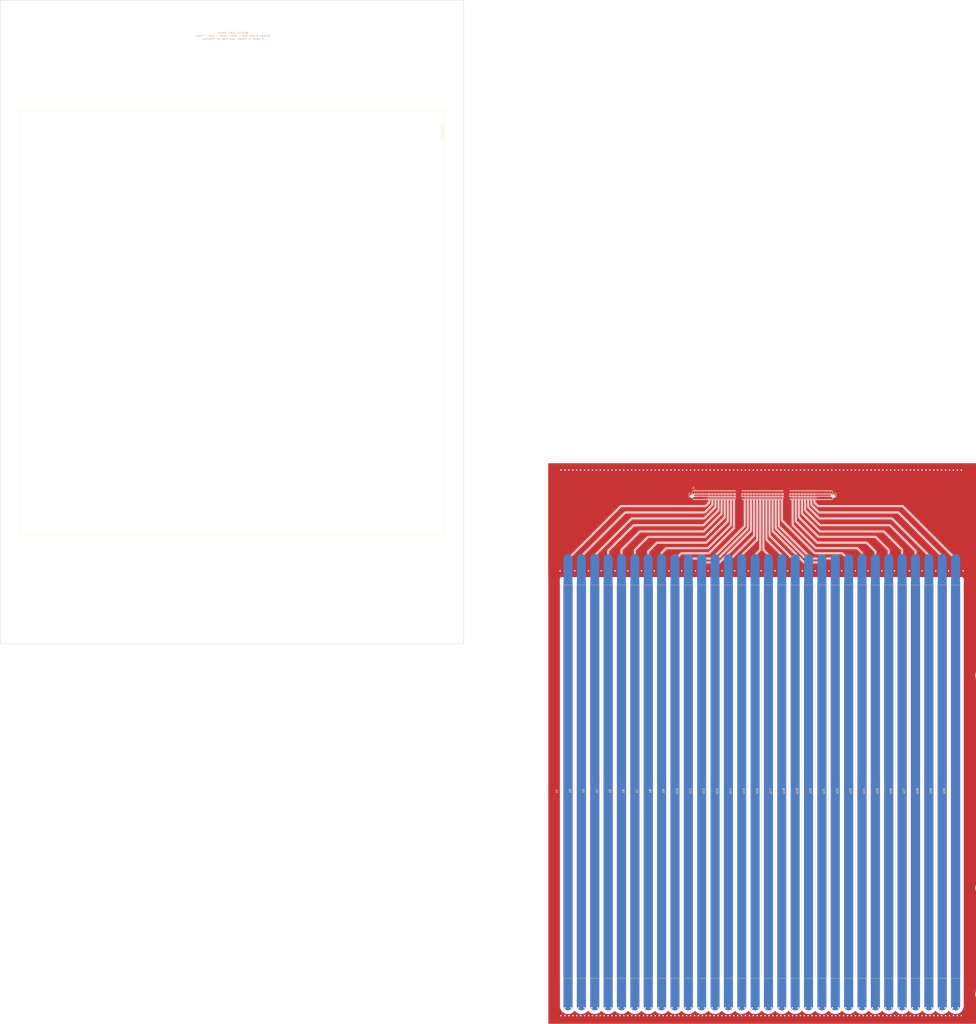
<source format=kicad_pcb>
(kicad_pcb (version 20211014) (generator pcbnew)
  (title_block (title "stripline-pickup-a") (rev "1a") (comment 1 "30 strips") (comment 2 "50 ohm") (comment 3 "four layer, 9.1 mil prepreg") (comment 4 "same spacing as glass anode"))
  (layers (0 "F.Cu" signal) (1 "In1.Cu" signal) (2 "In2.Cu" signal) (3 "In3.Cu" signal) (4 "In4.Cu" power) (31 "B.Cu" signal) (34 "B.Paste" user) (35 "F.Paste" user) (36 "B.SilkS" user "B.Silkscreen") (37 "F.SilkS" user "F.Silkscreen") (38 "B.Mask" user) (39 "F.Mask" user) (44 "Edge.Cuts" user))
  (net 0 "")
  (net 1 "/GND")
  (net 2 "/a1")
  (net 3 "/a2")
  (net 4 "/a3")
  (net 5 "/a4")
  (net 6 "/a5")
  (net 7 "/a6")
  (net 8 "/a7")
  (net 9 "/a8")
  (net 10 "/a9")
  (net 11 "/a10")
  (net 12 "/b1")
  (net 13 "/b2")
  (net 14 "/b3")
  (net 15 "/b4")
  (net 16 "/b5")
  (net 17 "/b6")
  (net 18 "/b7")
  (net 19 "/b8")
  (net 20 "/b9")
  (net 21 "/b10")
  (net 22 "/c1")
  (net 23 "/c2")
  (net 24 "/c3")
  (net 25 "/c4")
  (net 26 "/c5")
  (net 27 "/c6")
  (net 28 "/c7")
  (net 29 "/c8")
  (net 30 "/c9")
  (net 31 "/c10")
  (footprint "AnodePads:stripline_30" (layer "F.Cu") (at 360.8835 237.83725 90)
    (fp_text reference "U28")
    (fp_text value "anode_pad")
  )
  (footprint "AnodePads:stripline_30" (layer "F.Cu") (at 374.7235 237.83725 90)
    (fp_text reference "U30")
    (fp_text value "anode_pad")
  )
  (footprint "AnodePads:stripline_30" (layer "F.Cu") (at 367.8035 237.83725 90)
    (fp_text reference "U29")
    (fp_text value "anode_pad")
  )
  (footprint "AnodePads:stripline_30" (layer "F.Cu") (at 347.0435 237.83725 90)
    (fp_text reference "U26")
    (fp_text value "anode_pad")
  )
  (footprint "AnodePads:stripline_30" (layer "F.Cu") (at 333.2035 237.83725 90)
    (fp_text reference "U24")
    (fp_text value "anode_pad")
  )
  (footprint "AnodePads:stripline_30" (layer "F.Cu") (at 194.8035 237.83725 90)
    (fp_text reference "U4")
    (fp_text value "anode_pad")
  )
  (footprint "AnodePads:stripline_30" (layer "F.Cu") (at 326.2835 237.83725 90)
    (fp_text reference "U23")
    (fp_text value "anode_pad")
  )
  (footprint "AnodePads:stripline_30" (layer "F.Cu") (at 222.4835 237.83725 90)
    (fp_text reference "U8")
    (fp_text value "anode_pad")
  )
  (footprint "AnodePads:stripline_30" (layer "F.Cu") (at 201.7235 237.83725 90)
    (fp_text reference "U5")
    (fp_text value "anode_pad")
  )
  (footprint "AnodePads:stripline_30" (layer "F.Cu") (at 284.7635 237.83725 90)
    (fp_text reference "U17")
    (fp_text value "anode_pad")
  )
  (footprint "AnodePads:stripline_30" (layer "F.Cu") (at 270.9235 237.83725 90)
    (fp_text reference "U15")
    (fp_text value "anode_pad")
  )
  (footprint "AnodePads:stripline_30" (layer "F.Cu") (at 208.6435 237.83725 90)
    (fp_text reference "U6")
    (fp_text value "anode_pad")
  )
  (footprint "AnodePads:stripline_30" (layer "F.Cu") (at 257.0835 237.83725 90)
    (fp_text reference "U13")
    (fp_text value "anode_pad")
  )
  (footprint "AnodePads:stripline_30" (layer "F.Cu") (at 180.9635 237.83725 90)
    (fp_text reference "U2")
    (fp_text value "anode_pad")
  )
  (footprint "AnodePads:stripline_30" (layer "F.Cu") (at 264.0035 237.83725 90)
    (fp_text reference "U14")
    (fp_text value "anode_pad")
  )
  (footprint "AnodePads:stripline_30" (layer "F.Cu") (at 187.8835 237.83725 90)
    (fp_text reference "U3")
    (fp_text value "anode_pad")
  )
  (footprint "AnodePads:stripline_30" (layer "F.Cu") (at 312.4435 237.83725 90)
    (fp_text reference "U21")
    (fp_text value "anode_pad")
  )
  (footprint "AnodePads:stripline_30" (layer "F.Cu") (at 305.5235 237.83725 90)
    (fp_text reference "U20")
    (fp_text value "anode_pad")
  )
  (footprint "AnodePads:stripline_30" (layer "F.Cu") (at 236.3235 237.83725 90)
    (fp_text reference "U10")
    (fp_text value "anode_pad")
  )
  (footprint "AnodePads:stripline_30" (layer "F.Cu") (at 250.1635 237.83725 90)
    (fp_text reference "U12")
    (fp_text value "anode_pad")
  )
  (footprint "AnodePads:stripline_30" (layer "F.Cu") (at 298.6035 237.83725 90)
    (fp_text reference "U19")
    (fp_text value "anode_pad")
  )
  (footprint "AnodePads:stripline_30" (layer "F.Cu") (at 215.5635 237.83725 90)
    (fp_text reference "U7")
    (fp_text value "anode_pad")
  )
  (footprint "AnodePads:stripline_30" (layer "F.Cu") (at 319.3635 237.83725 90)
    (fp_text reference "U22")
    (fp_text value "anode_pad")
  )
  (footprint "AnodePads:stripline_30" (layer "F.Cu") (at 291.6835 237.83725 90)
    (fp_text reference "U18")
    (fp_text value "anode_pad")
  )
  (footprint "AnodePads:stripline_30" (layer "F.Cu") (at 277.8435 237.83725 90)
    (fp_text reference "U16")
    (fp_text value "anode_pad")
  )
  (footprint "AnodePads:stripline_30" (layer "F.Cu") (at 243.2435 237.83725 90)
    (fp_text reference "U11")
    (fp_text value "anode_pad")
  )
  (footprint "AnodePads:stripline_30" (layer "F.Cu") (at 229.4035 237.83725 90)
    (fp_text reference "U9")
    (fp_text value "anode_pad")
  )
  (footprint "AnodePads:stripline_30" (layer "F.Cu") (at 174.0435 237.83725 90)
    (fp_text reference "U1")
    (fp_text value "anode_pad")
  )
  (footprint "AnodePads:stripline_30" (layer "F.Cu") (at 353.9635 237.83725 90)
    (fp_text reference "U27")
    (fp_text value "anode_pad")
  )
  (footprint "AnodePads:stripline_30" (layer "F.Cu") (at 340.1235 237.83725 90)
    (fp_text reference "U25")
    (fp_text value "anode_pad")
  )
  (footprint "samtec:SAMTEC_QRM8-078-05.0-L-D-A" (layer "F.Cu") (at 274.78355 89.56708)
    (fp_text reference "J1")
    (fp_text value "QRM8-078-05.0-L-D-A")
  )
  (gr_line (start -109.982 109.982) (end -109.982 -109.982) (layer "F.SilkS") (width 0.12))
  (gr_line (start 109.982 -109.982) (end 109.982 109.982) (layer "F.SilkS") (width 0.12))
  (gr_line (start -109.982 -109.982) (end 109.982 -109.982) (layer "F.SilkS") (width 0.12))
  (gr_line (start 109.982 109.982) (end -109.982 109.982) (layer "F.SilkS") (width 0.12))
  (gr_line (start 119.996293 166.528) (end 119.996293 -166.528) (layer "Edge.Cuts") (width 0.2))
  (gr_line (start -120.003707 -166.528) (end -120.003707 166.528) (layer "Edge.Cuts") (width 0.2))
  (gr_line (start -120.003707 166.528) (end 119.996293 166.528) (layer "Edge.Cuts") (width 0.2))
  (gr_line (start -120.003707 -166.528) (end 119.996293 -166.528) (layer "Edge.Cuts") (width 0.2))
  (gr_text "@Jacky, Evan, Henry\nVersion 2 with Pad - GND - GND - GND - Trace\n\"It works in Theory, now time for Practice.\"" (at 0.5715 -148.1455) (layer "B.SilkS") (effects (font (size 1 1)) (justify mirror)))
  (gr_text "Tile outline" (at 108.805493 -98.96154 90) (layer "F.SilkS") (effects (font (size 1 1))))
  (segment (start 293.58355 88.14207) (end 293.58355 85.0332) (width 0.25) (layer "F.Cu") (net 1))
  (segment (start 283.98355 88.14207) (end 283.98355 84.7503) (width 0.25) (layer "F.Cu") (net 1))
  (segment (start 239.98355 90.99207) (end 239.98355 93.3283) (width 0.25) (layer "F.Cu") (net 1))
  (segment (start 254.38355 88.14207) (end 254.38355 85.1172) (width 0.25) (layer "F.Cu") (net 1))
  (segment (start 305.58355 88.14207) (end 305.58355 86.1142) (width 0.25) (layer "F.Cu") (net 1))
  (segment (start 302.38355 88.14207) (end 302.38355 92.7998) (width 0.25) (layer "F.Cu") (net 1))
  (segment (start 265.58355 88.14207) (end 265.58355 86.2997) (width 0.25) (layer "F.Cu") (net 1))
  (segment (start 268.78355 86.5922) (end 269.5575 85.81825) (width 0.25) (layer "F.Cu") (net 1))
  (segment (start 249.58355 88.14207) (end 249.58355 93.1493) (width 0.25) (layer "F.Cu") (net 1))
  (segment (start 264.78355 88.14207) (end 264.78355 93.2592) (width 0.25) (layer "F.Cu") (net 1))
  (segment (start 291.98355 88.14207) (end 291.98355 84.4107) (width 0.25) (layer "F.Cu") (net 1))
  (segment (start 303.18355 88.14207) (end 303.18355 92.9648) (width 0.25) (layer "F.Cu") (net 1))
  (segment (start 242.38355 92.0372) (end 242.38355 90.99207) (width 0.25) (layer "F.Cu") (net 1))
  (segment (start 271.98355 86.3767) (end 272.542 85.81825) (width 0.25) (layer "F.Cu") (net 1))
  (segment (start 254.38355 88.14207) (end 254.38355 93.4357) (width 0.25) (layer "F.Cu") (net 1))
  (segment (start 243.18355 88.14207) (end 243.18355 90.99207) (width 0.25) (layer "F.Cu") (net 1))
  (segment (start 297.58355 88.14207) (end 297.58355 85.0337) (width 0.25) (layer "F.Cu") (net 1))
  (segment (start 265.58355 86.2997) (end 265.684 86.19925) (width 0.25) (layer "F.Cu") (net 1))
  (segment (start 295.98355 88.14207) (end 295.98355 93.6388) (width 0.25) (layer "F.Cu") (net 1))
  (segment (start 275.18355 88.14207) (end 275.18355 85.5262) (width 0.25) (layer "F.Cu") (net 1))
  (segment (start 272.78355 88.14207) (end 272.78355 93.4258) (width 0.25) (layer "F.Cu") (net 1))
  (segment (start 274.38355 88.14207) (end 274.38355 93.4382) (width 0.25) (layer "F.Cu") (net 1))
  (segment (start 246.38355 88.14207) (end 246.38355 90.99207) (width 0.25) (layer "F.Cu") (net 1))
  (segment (start 244.78355 88.14207) (end 244.78355 90.99207) (width 0.25) (layer "F.Cu") (net 1))
  (segment (start 243.98355 88.14207) (end 243.98355 90.99207) (width 0.25) (layer "F.Cu") (net 1))
  (segment (start 247.98355 88.14207) (end 247.98355 85.9292) (width 0.25) (layer "F.Cu") (net 1))
  (segment (start 264.78355 88.14207) (end 264.78355 85.7662) (width 0.25) (layer "F.Cu") (net 1))
  (segment (start 246.38355 90.99207) (end 246.38355 92.6092) (width 0.25) (layer "F.Cu") (net 1))
  (segment (start 307.98355 88.14207) (end 307.98355 93.6837) (width 0.25) (layer "F.Cu") (net 1))
  (segment (start 252.78355 85.7012) (end 253.58355 86.5012) (width 0.25) (layer "F.Cu") (net 1))
  (segment (start 296.78355 88.14207) (end 296.78355 85.0082) (width 0.25) (layer "F.Cu") (net 1))
  (segment (start 280.78355 88.14207) (end 280.78355 84.8792) (width 0.25) (layer "F.Cu") (net 1))
  (segment (start 242.38355 86.0763) (end 241.58355 86.8763) (width 0.25) (layer "F.Cu") (net 1))
  (segment (start 245.58355 88.14207) (end 245.58355 90.99207) (width 0.25) (layer "F.Cu") (net 1))
  (segment (start 241.58355 88.14207) (end 241.58355 90.99207) (width 0.25) (layer "F.Cu") (net 1))
  (segment (start 243.98355 85.8652) (end 243.18355 86.6652) (width 0.25) (layer "F.Cu") (net 1))
  (segment (start 249.58355 85.3452) (end 250.38355 86.1452) (width 0.25) (layer "F.Cu") (net 1))
  (segment (start 281.58355 88.14207) (end 281.58355 85.2222) (width 0.25) (layer "F.Cu") (net 1))
  (segment (start 307.98355 88.14207) (end 307.98355 84.2222) (width 0.25) (layer "F.Cu") (net 1))
  (segment (start 257.58355 90.99207) (end 257.58355 89.99207) (width 0.25) (layer "F.Cu") (net 1))
  (segment (start 271.18355 88.14207) (end 271.18355 93.4768) (width 0.25) (layer "F.Cu") (net 1))
  (segment (start 308.78355 88.14207) (end 308.78355 84.6922) (width 0.25) (layer "F.Cu") (net 1))
  (segment (start 244.78355 93.0483) (end 245.58355 92.2483) (width 0.25) (layer "F.Cu") (net 1))
  (segment (start 258.38355 86.2732) (end 258.38355 88.14207) (width 0.25) (layer "F.Cu") (net 1))
  (segment (start 275.98355 88.14207) (end 275.98355 93.5527) (width 0.25) (layer "F.Cu") (net 1))
  (segment (start 243.98355 88.14207) (end 243.98355 85.8652) (width 0.25) (layer "F.Cu") (net 1))
  (segment (start 252.78355 88.14207) (end 252.78355 85.7012) (width 0.25) (layer "F.Cu") (net 1))
  (segment (start 291.18355 88.14207) (end 291.18355 85.9727) (width 0.25) (layer "F.Cu") (net 1))
  (segment (start 272.78355 88.14207) (end 272.78355 86.0847) (width 0.25) (layer "F.Cu") (net 1))
  (segment (start 304.78355 88.14207) (end 304.78355 93.2313) (width 0.25) (layer "F.Cu") (net 1))
  (segment (start 243.18355 93.2692) (end 243.98355 92.4692) (width 0.25) (layer "F.Cu") (net 1))
  (segment (start 268.78355 88.14207) (end 268.78355 86.5922) (width 0.25) (layer "F.Cu") (net 1))
  (segment (start 289.58355 88.14207) (end 289.58355 90.99207) (width 0.25) (layer "F.Cu") (net 1))
  (segment (start 247.98355 88.14207) (end 247.98355 93.1682) (width 0.25) (layer "F.Cu") (net 1))
  (segment (start 267.18355 86.0332) (end 267.98355 86.8332) (width 0.25) (layer "F.Cu") (net 1))
  (segment (start 245.58355 88.14207) (end 245.58355 85.7892) (width 0.25) (layer "F.Cu") (net 1))
  (segment (start 277.58355 88.14207) (end 277.58355 93.8577) (width 0.25) (layer "F.Cu") (net 1))
  (segment (start 254.38355 85.1172) (end 255.18355 85.9172) (width 0.25) (layer "F.Cu") (net 1))
  (segment (start 267.18355 88.14207) (end 267.18355 86.0332) (width 0.25) (layer "F.Cu") (net 1))
  (segment (start 303.98355 88.14207) (end 303.98355 84.5392) (width 0.25) (layer "F.Cu") (net 1))
  (segment (start 279.18355 88.14207) (end 279.18355 85.5902) (width 0.25) (layer "F.Cu") (net 1))
  (segment (start 251.98355 86.0692) (end 251.98355 88.14207) (width 0.25) (layer "F.Cu") (net 1))
  (segment (start 242.38355 88.14207) (end 242.38355 86.0763) (width 0.25) (layer "F.Cu") (net 1))
  (segment (start 267.98355 88.14207) (end 267.98355 93.4882) (width 0.25) (layer "F.Cu") (net 1))
  (segment (start 282.38355 88.14207) (end 282.38355 93.8183) (width 0.25) (layer "F.Cu") (net 1))
  (segment (start 257.58355 90.99207) (end 257.58355 94.1092) (width 0.25) (layer "F.Cu") (net 1))
  (segment (start 247.98355 85.9292) (end 248.78355 86.7292) (width 0.25) (layer "F.Cu") (net 1))
  (segment (start 275.98355 88.14207) (end 275.98355 85.6152) (width 0.25) (layer "F.Cu") (net 1))
  (segment (start 266.2555 86.19925) (end 266.38355 86.3273) (width 0.25) (layer "F.Cu") (net 1))
  (segment (start 259.18355 88.14207) (end 259.18355 90.99207) (width 0.25) (layer "F.Cu") (net 1))
  (segment (start 306.38355 88.14207) (end 306.38355 85.2507) (width 0.25) (layer "F.Cu") (net 1))
  (segment (start 300.78355 88.14207) (end 300.78355 93.0732) (width 0.25) (layer "F.Cu") (net 1))
  (segment (start 241.58355 90.99207) (end 241.58355 92.8372) (width 0.25) (layer "F.Cu") (net 1))
  (segment (start 243.98355 92.4692) (end 243.98355 90.99207) (width 0.25) (layer "F.Cu") (net 1))
  (segment (start 294.38355 88.14207) (end 294.38355 85.1222) (width 0.25) (layer "F.Cu") (net 1))
  (segment (start 248.78355 86.7292) (end 248.78355 88.14207) (width 0.25) (layer "F.Cu") (net 1))
  (segment (start 276.78355 88.14207) (end 276.78355 85.0692) (width 0.25) (layer "F.Cu") (net 1))
  (segment (start 243.18355 86.6652) (end 243.18355 88.14207) (width 0.25) (layer "F.Cu") (net 1))
  (segment (start 259.98355 85.6892) (end 259.98355 88.14207) (width 0.25) (layer "F.Cu") (net 1))
  (segment (start 301.58355 88.14207) (end 301.58355 85.4787) (width 0.25) (layer "F.Cu") (net 1))
  (segment (start 306.38355 88.14207) (end 306.38355 93.6883) (width 0.25) (layer "F.Cu") (net 1))
  (segment (start 283.98355 88.14207) (end 283.98355 92.9418) (width 0.25) (layer "F.Cu") (net 1))
  (segment (start 300.78355 88.14207) (end 300.78355 84.4372) (width 0.25) (layer "F.Cu") (net 1))
  (segment (start 266.38355 88.14207) (end 266.38355 93.4372) (width 0.25) (layer "F.Cu") (net 1))
  (segment (start 309.58355 88.14207) (end 309.58355 93.4172) (width 0.25) (layer "F.Cu") (net 1))
  (segment (start 270.38355 86.4527) (end 270.9545 85.88175) (width 0.25) (layer "F.Cu") (net 1))
  (segment (start 289.58355 88.14207) (end 289.58355 86.8742) (width 0.25) (layer "F.Cu") (net 1))
  (segment (start 257.58355 85.4732) (end 258.38355 86.2732) (width 0.25) (layer "F.Cu") (net 1))
  (segment (start 239.98355 93.3283) (end 240.78355 92.5283) (width 0.25) (layer "F.Cu") (net 1))
  (segment (start 297.58355 88.14207) (end 297.58355 93.5878) (width 0.25) (layer "F.Cu") (net 1))
  (segment (start 242.38355 88.14207) (end 242.38355 90.99207) (width 0.25) (layer "F.Cu") (net 1))
  (segment (start 292.78355 88.14207) (end 292.78355 93.2328) (width 0.25) (layer "F.Cu") (net 1))
  (segment (start 303.18355 88.14207) (end 303.18355 85.0852) (width 0.25) (layer "F.Cu") (net 1))
  (segment (start 245.58355 85.7892) (end 244.78355 86.5892) (width 0.25) (layer "F.Cu") (net 1))
  (segment (start 270.38355 88.14207) (end 270.38355 86.4527) (width 0.25) (layer "F.Cu") (net 1))
  (segment (start 269.58355 88.14207) (end 269.58355 93.4757) (width 0.25) (layer "F.Cu") (net 1))
  (segment (start 246.38355 88.14207) (end 246.38355 85.4972) (width 0.25) (layer "F.Cu") (net 1))
  (segment (start 245.58355 92.2483) (end 245.58355 90.99207) (width 0.25) (layer "F.Cu") (net 1))
  (segment (start 246.38355 90.99207) (end 245.58355 90.99207) (width 0.25) (layer "F.Cu") (net 1))
  (segment (start 307.18355 88.14207) (end 307.18355 84.5777) (width 0.25) (layer "F.Cu") (net 1))
  (segment (start 270.9545 85.88175) (end 271.18355 86.1108) (width 0.25) (layer "F.Cu") (net 1))
  (segment (start 241.58355 92.8372) (end 242.38355 92.0372) (width 0.25) (layer "F.Cu") (net 1))
  (segment (start 240.78355 85.4923) (end 239.98355 86.2923) (width 0.25) (layer "F.Cu") (net 1))
  (segment (start 240.78355 88.14207) (end 240.78355 85.4923) (width 0.25) (layer "F.Cu") (net 1))
  (segment (start 291.18355 88.14207) (end 291.18355 93.3473) (width 0.25) (layer "F.Cu") (net 1))
  (segment (start 252.78355 88.14207) (end 252.78355 93.1743) (width 0.25) (layer "F.Cu") (net 1))
  (segment (start 239.98355 86.2923) (end 239.98355 88.14207) (width 0.25) (layer "F.Cu") (net 1))
  (segment (start 266.38355 86.3273) (end 266.38355 88.14207) (width 0.25) (layer "F.Cu") (net 1))
  (segment (start 265.684 86.19925) (end 266.2555 86.19925) (width 0.25) (layer "F.Cu") (net 1))
  (segment (start 294.38355 88.14207) (end 294.38355 93.6898) (width 0.25) (layer "F.Cu") (net 1))
  (segment (start 298.38355 88.14207) (end 298.38355 84.8687) (width 0.25) (layer "F.Cu") (net 1))
  (segment (start 251.18355 85.2692) (end 251.98355 86.0692) (width 0.25) (layer "F.Cu") (net 1))
  (segment (start 251.18355 88.14207) (end 251.18355 85.2692) (width 0.25) (layer "F.Cu") (net 1))
  (segment (start 259.18355 90.99207) (end 259.18355 94.0498) (width 0.25) (layer "F.Cu") (net 1))
  (segment (start 240.78355 92.5283) (end 240.78355 90.99207) (width 0.25) (layer "F.Cu") (net 1))
  (segment (start 257.58355 88.14207) (end 257.58355 85.4732) (width 0.25) (layer "F.Cu") (net 1))
  (segment (start 279.98355 88.14207) (end 279.98355 85.2347) (width 0.25) (layer "F.Cu") (net 1))
  (segment (start 302.38355 88.14207) (end 302.38355 85.1232) (width 0.25) (layer "F.Cu") (net 1))
  (segment (start 271.98355 88.14207) (end 271.98355 86.3767) (width 0.25) (layer "F.Cu") (net 1))
  (segment (start 283.18355 88.14207) (end 283.18355 85.7177) (width 0.25) (layer "F.Cu") (net 1))
  (segment (start 280.78355 88.14207) (end 280.78355 93.4248) (width 0.25) (layer "F.Cu") (net 1))
  (segment (start 284.78355 88.14207) (end 284.78355 84.2168) (width 0.25) (layer "F.Cu") (net 1))
  (segment (start 255.18355 85.9172) (end 255.18355 88.14207) (width 0.25) (layer "F.Cu") (net 1))
  (segment (start 249.58355 88.14207) (end 249.58355 85.3452) (width 0.25) (layer "F.Cu") (net 1))
  (segment (start 259.18355 84.8892) (end 259.98355 85.6892) (width 0.25) (layer "F.Cu") (net 1))
  (segment (start 267.98355 86.8332) (end 267.98355 88.14207) (width 0.25) (layer "F.Cu") (net 1))
  (segment (start 271.18355 86.1108) (end 271.18355 88.14207) (width 0.25) (layer "F.Cu") (net 1))
  (segment (start 273.58355 88.14207) (end 273.58355 86.4277) (width 0.25) (layer "F.Cu") (net 1))
  (segment (start 279.18355 88.14207) (end 279.18355 93.4758) (width 0.25) (layer "F.Cu") (net 1))
  (segment (start 255.98355 85.4523) (end 256.78355 86.2523) (width 0.25) (layer "F.Cu") (net 1))
  (segment (start 241.58355 86.8763) (end 241.58355 88.14207) (width 0.25) (layer "F.Cu") (net 1))
  (segment (start 295.98355 88.14207) (end 295.98355 84.6017) (width 0.25) (layer "F.Cu") (net 1))
  (segment (start 269.5575 85.81825) (end 269.58355 85.8443) (width 0.25) (layer "F.Cu") (net 1))
  (segment (start 257.58355 89.99207) (end 257.58355 88.14207) (width 0.25) (layer "F.Cu") (net 1))
  (segment (start 295.18355 88.14207) (end 295.18355 84.8937) (width 0.25) (layer "F.Cu") (net 1))
  (segment (start 250.38355 86.1452) (end 250.38355 88.14207) (width 0.25) (layer "F.Cu") (net 1))
  (segment (start 308.78355 88.14207) (end 308.78355 93.4213) (width 0.25) (layer "F.Cu") (net 1))
  (segment (start 246.38355 85.4972) (end 247.18355 86.2972) (width 0.25) (layer "F.Cu") (net 1))
  (segment (start 240.78355 88.14207) (end 240.78355 90.99207) (width 0.25) (layer "F.Cu") (net 1))
  (segment (start 309.58355 88.14207) (end 309.58355 84.1883) (width 0.25) (layer "F.Cu") (net 1))
  (segment (start 289.58355 90.99207) (end 289.58355 93.2877) (width 0.25) (layer "F.Cu") (net 1))
  (segment (start 299.18355 88.14207) (end 299.18355 93.4733) (width 0.25) (layer "F.Cu") (net 1))
  (segment (start 253.58355 86.5012) (end 253.58355 88.14207) (width 0.25) (layer "F.Cu") (net 1))
  (segment (start 303.98355 88.14207) (end 303.98355 93.1298) (width 0.25) (layer "F.Cu") (net 1))
  (segment (start 277.58355 88.14207) (end 277.58355 85.2852) (width 0.25) (layer "F.Cu") (net 1))
  (segment (start 299.98355 88.14207) (end 299.98355 85.1737) (width 0.25) (layer "F.Cu") (net 1))
  (segment (start 255.98355 88.14207) (end 255.98355 85.4523) (width 0.25) (layer "F.Cu") (net 1))
  (segment (start 292.78355 88.14207) (end 292.78355 84.8172) (width 0.25) (layer "F.Cu") (net 1))
  (segment (start 251.18355 88.14207) (end 251.18355 92.8443) (width 0.25) (layer "F.Cu") (net 1))
  (segment (start 255.98355 88.14207) (end 255.98355 93.9947) (width 0.25) (layer "F.Cu") (net 1))
  (segment (start 247.18355 86.2972) (end 247.18355 88.14207) (width 0.25) (layer "F.Cu") (net 1))
  (segment (start 244.78355 90.99207) (end 244.78355 93.0483) (width 0.25) (layer "F.Cu") (net 1))
  (segment (start 256.78355 86.2523) (end 256.78355 88.14207) (width 0.25) (layer "F.Cu") (net 1))
  (segment (start 282.38355 88.14207) (end 282.38355 84.7397) (width 0.25) (layer "F.Cu") (net 1))
  (segment (start 239.98355 88.14207) (end 239.98355 90.99207) (width 0.25) (layer "F.Cu") (net 1))
  (segment (start 304.78355 88.14207) (end 304.78355 85.1997) (width 0.25) (layer "F.Cu") (net 1))
  (segment (start 290.38355 88.14207) (end 290.38355 85.7567) (width 0.25) (layer "F.Cu") (net 1))
  (segment (start 278.38355 88.14207) (end 278.38355 85.2472) (width 0.25) (layer "F.Cu") (net 1))
  (segment (start 259.18355 88.14207) (end 259.18355 84.8892) (width 0.25) (layer "F.Cu") (net 1))
  (segment (start 269.58355 85.8443) (end 269.58355 88.14207) (width 0.25) (layer "F.Cu") (net 1))
  (segment (start 307.18355 88.14207) (end 307.18355 93.4723) (width 0.25) (layer "F.Cu") (net 1))
  (segment (start 244.78355 86.5892) (end 244.78355 88.14207) (width 0.25) (layer "F.Cu") (net 1))
  (segment (start 299.18355 88.14207) (end 299.18355 84.7672) (width 0.25) (layer "F.Cu") (net 1))
  (segment (start 305.58355 88.14207) (end 305.58355 93.3963) (width 0.25) (layer "F.Cu") (net 1))
  (segment (start 274.38355 88.14207) (end 274.38355 85.6913) (width 0.25) (layer "F.Cu") (net 1))
  (segment (start 243.18355 90.99207) (end 243.18355 93.2692) (width 0.25) (layer "F.Cu") (net 1))
  (via (at 260.3415 128.74425) (size 0.8) (drill 0.7112) (layers "F.Cu" "B.Cu") (net 1))
  (via (at 249.6735 358.86825) (size 0.8) (drill 0.7112) (layers "F.Cu" "B.Cu") (net 1))
  (via (at 253.7375 358.86825) (size 0.8) (drill 0.7112) (layers "F.Cu" "B.Cu") (net 1))
  (via (at 263.8975 358.86825) (size 0.8) (drill 0.7112) (layers "F.Cu" "B.Cu") (net 1))
  (via (at 267.9615 358.86825) (size 0.8) (drill 0.7112) (layers "F.Cu" "B.Cu") (net 1))
  (via (at 231.3855 358.86825) (size 0.8) (drill 0.7112) (layers "F.Cu" "B.Cu") (net 1))
  (via (at 239.5135 358.86825) (size 0.8) (drill 0.7112) (layers "F.Cu" "B.Cu") (net 1))
  (via (at 255.7695 358.86825) (size 0.8) (drill 0.7112) (layers "F.Cu" "B.Cu") (net 1))
  (via (at 265.9295 358.86825) (size 0.8) (drill 0.7112) (layers "F.Cu" "B.Cu") (net 1))
  (via (at 245.6095 358.86825) (size 0.8) (drill 0.7112) (layers "F.Cu" "B.Cu") (net 1))
  (via (at 259.8335 358.86825) (size 0.8) (drill 0.7112) (layers "F.Cu" "B.Cu") (net 1))
  (via (at 241.5455 358.86825) (size 0.8) (drill 0.7112) (layers "F.Cu" "B.Cu") (net 1))
  (via (at 251.7055 358.86825) (size 0.8) (drill 0.7112) (layers "F.Cu" "B.Cu") (net 1))
  (via (at 233.4175 358.86825) (size 0.8) (drill 0.7112) (layers "F.Cu" "B.Cu") (net 1))
  (via (at 227.3215 358.86825) (size 0.8) (drill 0.7112) (layers "F.Cu" "B.Cu") (net 1))
  (via (at 269.9935 358.86825) (size 0.8) (drill 0.7112) (layers "F.Cu" "B.Cu") (net 1))
  (via (at 223.2575 358.86825) (size 0.8) (drill 0.7112) (layers "F.Cu" "B.Cu") (net 1))
  (via (at 229.3535 358.86825) (size 0.8) (drill 0.7112) (layers "F.Cu" "B.Cu") (net 1))
  (via (at 261.8655 358.86825) (size 0.8) (drill 0.7112) (layers "F.Cu" "B.Cu") (net 1))
  (via (at 257.8015 358.86825) (size 0.8) (drill 0.7112) (layers "F.Cu" "B.Cu") (net 1))
  (via (at 237.4815 358.86825) (size 0.8) (drill 0.7112) (layers "F.Cu" "B.Cu") (net 1))
  (via (at 243.5775 358.86825) (size 0.8) (drill 0.7112) (layers "F.Cu" "B.Cu") (net 1))
  (via (at 247.6415 358.86825) (size 0.8) (drill 0.7112) (layers "F.Cu" "B.Cu") (net 1))
  (via (at 235.4495 358.86825) (size 0.8) (drill 0.7112) (layers "F.Cu" "B.Cu") (net 1))
  (via (at 225.2895 358.86825) (size 0.8) (drill 0.7112) (layers "F.Cu" "B.Cu") (net 1))
  (via (at 221.2255 358.86825) (size 0.8) (drill 0.7112) (layers "F.Cu" "B.Cu") (net 1))
  (via (at 198.8735 76.62345) (size 0.8) (drill 0.7112) (layers "F.Cu" "B.Cu") (net 1))
  (via (at 330.9535 76.62345) (size 0.8) (drill 0.7112) (layers "F.Cu" "B.Cu") (net 1))
  (via (at 349.2415 76.62345) (size 0.8) (drill 0.7112) (layers "F.Cu" "B.Cu") (net 1))
  (via (at 337.0495 76.62345) (size 0.8) (drill 0.7112) (layers "F.Cu" "B.Cu") (net 1))
  (via (at 326.8895 76.62345) (size 0.8) (drill 0.7112) (layers "F.Cu" "B.Cu") (net 1))
  (via (at 373.6255 76.62345) (size 0.8) (drill 0.7112) (layers "F.Cu" "B.Cu") (net 1))
  (via (at 202.9375 76.62345) (size 0.8) (drill 0.7112) (layers "F.Cu" "B.Cu") (net 1))
  (via (at 213.0975 76.62345) (size 0.8) (drill 0.7112) (layers "F.Cu" "B.Cu") (net 1))
  (via (at 371.5935 76.62345) (size 0.8) (drill 0.7112) (layers "F.Cu" "B.Cu") (net 1))
  (via (at 345.1775 76.62345) (size 0.8) (drill 0.7112) (layers "F.Cu" "B.Cu") (net 1))
  (via (at 322.8255 76.62345) (size 0.8) (drill 0.7112) (layers "F.Cu" "B.Cu") (net 1))
  (via (at 217.1615 76.62345) (size 0.8) (drill 0.7112) (layers "F.Cu" "B.Cu") (net 1))
  (via (at 324.8575 76.62345) (size 0.8) (drill 0.7112) (layers "F.Cu" "B.Cu") (net 1))
  (via (at 363.4655 76.62345) (size 0.8) (drill 0.7112) (layers "F.Cu" "B.Cu") (net 1))
  (via (at 375.6575 76.62345) (size 0.8) (drill 0.7112) (layers "F.Cu" "B.Cu") (net 1))
  (via (at 359.4015 76.62345) (size 0.8) (drill 0.7112) (layers "F.Cu" "B.Cu") (net 1))
  (via (at 180.5855 76.62345) (size 0.8) (drill 0.7112) (layers "F.Cu" "B.Cu") (net 1))
  (via (at 339.0815 76.62345) (size 0.8) (drill 0.7112) (layers "F.Cu" "B.Cu") (net 1))
  (via (at 188.7135 76.62345) (size 0.8) (drill 0.7112) (layers "F.Cu" "B.Cu") (net 1))
  (via (at 204.9695 76.62345) (size 0.8) (drill 0.7112) (layers "F.Cu" "B.Cu") (net 1))
  (via (at 215.1295 76.62345) (size 0.8) (drill 0.7112) (layers "F.Cu" "B.Cu") (net 1))
  (via (at 194.8095 76.62345) (size 0.8) (drill 0.7112) (layers "F.Cu" "B.Cu") (net 1))
  (via (at 209.0335 76.62345) (size 0.8) (drill 0.7112) (layers "F.Cu" "B.Cu") (net 1))
  (via (at 190.7455 76.62345) (size 0.8) (drill 0.7112) (layers "F.Cu" "B.Cu") (net 1))
  (via (at 200.9055 76.62345) (size 0.8) (drill 0.7112) (layers "F.Cu" "B.Cu") (net 1))
  (via (at 182.6175 76.62345) (size 0.8) (drill 0.7112) (layers "F.Cu" "B.Cu") (net 1))
  (via (at 176.5215 76.62345) (size 0.8) (drill 0.7112) (layers "F.Cu" "B.Cu") (net 1))
  (via (at 219.1935 76.62345) (size 0.8) (drill 0.7112) (layers "F.Cu" "B.Cu") (net 1))
  (via (at 377.6895 76.62345) (size 0.8) (drill 0.7112) (layers "F.Cu" "B.Cu") (net 1))
  (via (at 253.7375 76.62345) (size 0.8) (drill 0.7112) (layers "F.Cu" "B.Cu") (net 1))
  (via (at 267.9615 76.62345) (size 0.8) (drill 0.7112) (layers "F.Cu" "B.Cu") (net 1))
  (via (at 263.8975 76.62345) (size 0.8) (drill 0.7112) (layers "F.Cu" "B.Cu") (net 1))
  (via (at 231.3855 76.62345) (size 0.8) (drill 0.7112) (layers "F.Cu" "B.Cu") (net 1))
  (via (at 239.5135 76.62345) (size 0.8) (drill 0.7112) (layers "F.Cu" "B.Cu") (net 1))
  (via (at 265.9295 76.62345) (size 0.8) (drill 0.7112) (layers "F.Cu" "B.Cu") (net 1))
  (via (at 245.6095 76.62345) (size 0.8) (drill 0.7112) (layers "F.Cu" "B.Cu") (net 1))
  (via (at 255.7695 76.62345) (size 0.8) (drill 0.7112) (layers "F.Cu" "B.Cu") (net 1))
  (via (at 249.6735 76.62345) (size 0.8) (drill 0.7112) (layers "F.Cu" "B.Cu") (net 1))
  (via (at 172.4575 76.62345) (size 0.8) (drill 0.7112) (layers "F.Cu" "B.Cu") (net 1))
  (via (at 178.5535 76.62345) (size 0.8) (drill 0.7112) (layers "F.Cu" "B.Cu") (net 1))
  (via (at 211.0655 76.62345) (size 0.8) (drill 0.7112) (layers "F.Cu" "B.Cu") (net 1))
  (via (at 207.0015 76.62345) (size 0.8) (drill 0.7112) (layers "F.Cu" "B.Cu") (net 1))
  (via (at 259.8335 76.62345) (size 0.8) (drill 0.7112) (layers "F.Cu" "B.Cu") (net 1))
  (via (at 186.6815 76.62345) (size 0.8) (drill 0.7112) (layers "F.Cu" "B.Cu") (net 1))
  (via (at 192.7775 76.62345) (size 0.8) (drill 0.7112) (layers "F.Cu" "B.Cu") (net 1))
  (via (at 241.5455 76.62345) (size 0.8) (drill 0.7112) (layers "F.Cu" "B.Cu") (net 1))
  (via (at 196.8415 76.62345) (size 0.8) (drill 0.7112) (layers "F.Cu" "B.Cu") (net 1))
  (via (at 251.7055 76.62345) (size 0.8) (drill 0.7112) (layers "F.Cu" "B.Cu") (net 1))
  (via (at 184.6495 76.62345) (size 0.8) (drill 0.7112) (layers "F.Cu" "B.Cu") (net 1))
  (via (at 233.4175 76.62345) (size 0.8) (drill 0.7112) (layers "F.Cu" "B.Cu") (net 1))
  (via (at 227.3215 76.62345) (size 0.8) (drill 0.7112) (layers "F.Cu" "B.Cu") (net 1))
  (via (at 269.9935 76.62345) (size 0.8) (drill 0.7112) (layers "F.Cu" "B.Cu") (net 1))
  (via (at 314.6975 76.62345) (size 0.8) (drill 0.7112) (layers "F.Cu" "B.Cu") (net 1))
  (via (at 257.8015 76.62345) (size 0.8) (drill 0.7112) (layers "F.Cu" "B.Cu") (net 1))
  (via (at 290.3135 76.62345) (size 0.8) (drill 0.7112) (layers "F.Cu" "B.Cu") (net 1))
  (via (at 296.4095 76.62345) (size 0.8) (drill 0.7112) (layers "F.Cu" "B.Cu") (net 1))
  (via (at 300.4735 76.62345) (size 0.8) (drill 0.7112) (layers "F.Cu" "B.Cu") (net 1))
  (via (at 280.1535 76.62345) (size 0.8) (drill 0.7112) (layers "F.Cu" "B.Cu") (net 1))
  (via (at 229.3535 76.62345) (size 0.8) (drill 0.7112) (layers "F.Cu" "B.Cu") (net 1))
  (via (at 316.7295 76.62345) (size 0.8) (drill 0.7112) (layers "F.Cu" "B.Cu") (net 1))
  (via (at 288.2815 76.62345) (size 0.8) (drill 0.7112) (layers "F.Cu" "B.Cu") (net 1))
  (via (at 235.4495 76.62345) (size 0.8) (drill 0.7112) (layers "F.Cu" "B.Cu") (net 1))
  (via (at 318.7615 76.62345) (size 0.8) (drill 0.7112) (layers "F.Cu" "B.Cu") (net 1))
  (via (at 310.6335 76.62345) (size 0.8) (drill 0.7112) (layers "F.Cu" "B.Cu") (net 1))
  (via (at 320.7935 76.62345) (size 0.8) (drill 0.7112) (layers "F.Cu" "B.Cu") (net 1))
  (via (at 223.2575 76.62345) (size 0.8) (drill 0.7112) (layers "F.Cu" "B.Cu") (net 1))
  (via (at 312.6655 76.62345) (size 0.8) (drill 0.7112) (layers "F.Cu" "B.Cu") (net 1))
  (via (at 306.5695 76.62345) (size 0.8) (drill 0.7112) (layers "F.Cu" "B.Cu") (net 1))
  (via (at 237.4815 76.62345) (size 0.8) (drill 0.7112) (layers "F.Cu" "B.Cu") (net 1))
  (via (at 284.2175 76.62345) (size 0.8) (drill 0.7112) (layers "F.Cu" "B.Cu") (net 1))
  (via (at 298.4415 76.62345) (size 0.8) (drill 0.7112) (layers "F.Cu" "B.Cu") (net 1))
  (via (at 286.2495 76.62345) (size 0.8) (drill 0.7112) (layers "F.Cu" "B.Cu") (net 1))
  (via (at 261.8655 76.62345) (size 0.8) (drill 0.7112) (layers "F.Cu" "B.Cu") (net 1))
  (via (at 247.6415 76.62345) (size 0.8) (drill 0.7112) (layers "F.Cu" "B.Cu") (net 1))
  (via (at 304.5375 76.62345) (size 0.8) (drill 0.7112) (layers "F.Cu" "B.Cu") (net 1))
  (via (at 282.1855 76.62345) (size 0.8) (drill 0.7112) (layers "F.Cu" "B.Cu") (net 1))
  (via (at 292.3455 76.62345) (size 0.8) (drill 0.7112) (layers "F.Cu" "B.Cu") (net 1))
  (via (at 302.5055 76.62345) (size 0.8) (drill 0.7112) (layers "F.Cu" "B.Cu") (net 1))
  (via (at 308.6015 76.62345) (size 0.8) (drill 0.7112) (layers "F.Cu" "B.Cu") (net 1))
  (via (at 225.2895 76.62345) (size 0.8) (drill 0.7112) (layers "F.Cu" "B.Cu") (net 1))
  (via (at 243.5775 76.62345) (size 0.8) (drill 0.7112) (layers "F.Cu" "B.Cu") (net 1))
  (via (at 278.1215 76.62345) (size 0.8) (drill 0.7112) (layers "F.Cu" "B.Cu") (net 1))
  (via (at 274.0575 76.62345) (size 0.8) (drill 0.7112) (layers "F.Cu" "B.Cu") (net 1))
  (via (at 294.3775 76.62345) (size 0.8) (drill 0.7112) (layers "F.Cu" "B.Cu") (net 1))
  (via (at 276.0895 76.62345) (size 0.8) (drill 0.7112) (layers "F.Cu" "B.Cu") (net 1))
  (via (at 221.2255 76.62345) (size 0.8) (drill 0.7112) (layers "F.Cu" "B.Cu") (net 1))
  (via (at 361.4335 76.62345) (size 0.8) (drill 0.7112) (layers "F.Cu" "B.Cu") (net 1))
  (via (at 351.2735 76.62345) (size 0.8) (drill 0.7112) (layers "F.Cu" "B.Cu") (net 1))
  (via (at 272.0255 76.62345) (size 0.8) (drill 0.7112) (layers "F.Cu" "B.Cu") (net 1))
  (via (at 174.4895 76.62345) (size 0.8) (drill 0.7112) (layers "F.Cu" "B.Cu") (net 1))
  (via (at 369.5615 76.62345) (size 0.8) (drill 0.7112) (layers "F.Cu" "B.Cu") (net 1))
  (via (at 332.9855 76.62345) (size 0.8) (drill 0.7112) (layers "F.Cu" "B.Cu") (net 1))
  (via (at 341.1135 76.62345) (size 0.8) (drill 0.7112) (layers "F.Cu" "B.Cu") (net 1))
  (via (at 367.5295 76.62345) (size 0.8) (drill 0.7112) (layers "F.Cu" "B.Cu") (net 1))
  (via (at 365.4975 76.62345) (size 0.8) (drill 0.7112) (layers "F.Cu" "B.Cu") (net 1))
  (via (at 357.3695 76.62345) (size 0.8) (drill 0.7112) (layers "F.Cu" "B.Cu") (net 1))
  (via (at 355.3375 76.62345) (size 0.8) (drill 0.7112) (layers "F.Cu" "B.Cu") (net 1))
  (via (at 347.2095 76.62345) (size 0.8) (drill 0.7112) (layers "F.Cu" "B.Cu") (net 1))
  (via (at 353.3055 76.62345) (size 0.8) (drill 0.7112) (layers "F.Cu" "B.Cu") (net 1))
  (via (at 343.1455 76.62345) (size 0.8) (drill 0.7112) (layers "F.Cu" "B.Cu") (net 1))
  (via (at 335.0175 76.62345) (size 0.8) (drill 0.7112) (layers "F.Cu" "B.Cu") (net 1))
  (via (at 328.9215 76.62345) (size 0.8) (drill 0.7112) (layers "F.Cu" "B.Cu") (net 1))
  (via (at 170.4255 76.62345) (size 0.8) (drill 0.7112) (layers "F.Cu" "B.Cu") (net 1))
  (via (at 322.8255 358.86825) (size 0.8) (drill 0.7112) (layers "F.Cu" "B.Cu") (net 1))
  (via (at 196.8415 358.86825) (size 0.8) (drill 0.7112) (layers "F.Cu" "B.Cu") (net 1))
  (via (at 371.5935 358.86825) (size 0.8) (drill 0.7112) (layers "F.Cu" "B.Cu") (net 1))
  (via (at 300.4735 358.86825) (size 0.8) (drill 0.7112) (layers "F.Cu" "B.Cu") (net 1))
  (via (at 188.7135 358.86825) (size 0.8) (drill 0.7112) (layers "F.Cu" "B.Cu") (net 1))
  (via (at 343.1455 128.74425) (size 0.8) (drill 0.7112) (layers "F.Cu" "B.Cu") (net 1))
  (via (at 274.0575 128.74425) (size 0.8) (drill 0.7112) (layers "F.Cu" "B.Cu") (net 1))
  (via (at 174.4895 358.86825) (size 0.8) (drill 0.7112) (layers "F.Cu" "B.Cu") (net 1))
  (via (at 176.5215 358.86825) (size 0.8) (drill 0.7112) (layers "F.Cu" "B.Cu") (net 1))
  (via (at 316.7295 358.86825) (size 0.8) (drill 0.7112) (layers "F.Cu" "B.Cu") (net 1))
  (via (at 202.9375 358.86825) (size 0.8) (drill 0.7112) (layers "F.Cu" "B.Cu") (net 1))
  (via (at 329.4295 128.74425) (size 0.8) (drill 0.7112) (layers "F.Cu" "B.Cu") (net 1))
  (via (at 364.4815 128.74425) (size 0.8) (drill 0.7112) (layers "F.Cu" "B.Cu") (net 1))
  (via (at 169.9175 128.74425) (size 0.8) (drill 0.7112) (layers "F.Cu" "B.Cu") (net 1))
  (via (at 371.0855 128.74425) (size 0.8) (drill 0.7112) (layers "F.Cu" "B.Cu") (net 1))
  (via (at 330.9535 358.86825) (size 0.8) (drill 0.7112) (layers "F.Cu" "B.Cu") (net 1))
  (via (at 184.6495 358.86825) (size 0.8) (drill 0.7112) (layers "F.Cu" "B.Cu") (net 1))
  (via (at 332.9855 358.86825) (size 0.8) (drill 0.7112) (layers "F.Cu" "B.Cu") (net 1))
  (via (at 184.6495 128.74425) (size 0.8) (drill 0.7112) (layers "F.Cu" "B.Cu") (net 1))
  (via (at 298.4415 358.86825) (size 0.8) (drill 0.7112) (layers "F.Cu" "B.Cu") (net 1))
  (via (at 301.9975 128.74425) (size 0.8) (drill 0.7112) (layers "F.Cu" "B.Cu") (net 1))
  (via (at 282.1855 358.86825) (size 0.8) (drill 0.7112) (layers "F.Cu" "B.Cu") (net 1))
  (via (at 281.1695 128.74425) (size 0.8) (drill 0.7112) (layers "F.Cu" "B.Cu") (net 1))
  (via (at 309.1095 128.74425) (size 0.8) (drill 0.7112) (layers "F.Cu" "B.Cu") (net 1))
  (via (at 292.3455 358.86825) (size 0.8) (drill 0.7112) (layers "F.Cu" "B.Cu") (net 1))
  (via (at 375.6575 358.86825) (size 0.8) (drill 0.7112) (layers "F.Cu" "B.Cu") (net 1))
  (via (at 328.9215 358.86825) (size 0.8) (drill 0.7112) (layers "F.Cu" "B.Cu") (net 1))
  (via (at 253.7375 128.74425) (size 0.8) (drill 0.7112) (layers "F.Cu" "B.Cu") (net 1))
  (via (at 218.6855 128.74425) (size 0.8) (drill 0.7112) (layers "F.Cu" "B.Cu") (net 1))
  (via (at 343.1455 358.86825) (size 0.8) (drill 0.7112) (layers "F.Cu" "B.Cu") (net 1))
  (via (at 378.7055 128.74425) (size 0.8) (drill 0.7112) (layers "F.Cu" "B.Cu") (net 1))
  (via (at 172.4575 358.86825) (size 0.8) (drill 0.7112) (layers "F.Cu" "B.Cu") (net 1))
  (via (at 246.6255 128.74425) (size 0.8) (drill 0.7112) (layers "F.Cu" "B.Cu") (net 1))
  (via (at 276.0895 358.86825) (size 0.8) (drill 0.7112) (layers "F.Cu" "B.Cu") (net 1))
  (via (at 377.6895 358.86825) (size 0.8) (drill 0.7112) (layers "F.Cu" "B.Cu") (net 1))
  (via (at 318.7615 358.86825) (size 0.8) (drill 0.7112) (layers "F.Cu" "B.Cu") (net 1))
  (via (at 335.0175 358.86825) (size 0.8) (drill 0.7112) (layers "F.Cu" "B.Cu") (net 1))
  (via (at 357.3695 128.74425) (size 0.8) (drill 0.7112) (layers "F.Cu" "B.Cu") (net 1))
  (via (at 363.4655 358.86825) (size 0.8) (drill 0.7112) (layers "F.Cu" "B.Cu") (net 1))
  (via (at 310.6335 358.86825) (size 0.8) (drill 0.7112) (layers "F.Cu" "B.Cu") (net 1))
  (via (at 337.0495 358.86825) (size 0.8) (drill 0.7112) (layers "F.Cu" "B.Cu") (net 1))
  (via (at 314.6975 358.86825) (size 0.8) (drill 0.7112) (layers "F.Cu" "B.Cu") (net 1))
  (via (at 180.5855 358.86825) (size 0.8) (drill 0.7112) (layers "F.Cu" "B.Cu") (net 1))
  (via (at 367.5295 358.86825) (size 0.8) (drill 0.7112) (layers "F.Cu" "B.Cu") (net 1))
  (via (at 284.2175 358.86825) (size 0.8) (drill 0.7112) (layers "F.Cu" "B.Cu") (net 1))
  (via (at 287.7735 128.74425) (size 0.8) (drill 0.7112) (layers "F.Cu" "B.Cu") (net 1))
  (via (at 355.3375 358.86825) (size 0.8) (drill 0.7112) (layers "F.Cu" "B.Cu") (net 1))
  (via (at 339.0815 358.86825) (size 0.8) (drill 0.7112) (layers "F.Cu" "B.Cu") (net 1))
  (via (at 198.8735 358.86825) (size 0.8) (drill 0.7112) (layers "F.Cu" "B.Cu") (net 1))
  (via (at 226.3055 128.74425) (size 0.8) (drill 0.7112) (layers "F.Cu" "B.Cu") (net 1))
  (via (at 286.2495 358.86825) (size 0.8) (drill 0.7112) (layers "F.Cu" "B.Cu") (net 1))
  (via (at 353.3055 358.86825) (size 0.8) (drill 0.7112) (layers "F.Cu" "B.Cu") (net 1))
  (via (at 359.4015 358.86825) (size 0.8) (drill 0.7112) (layers "F.Cu" "B.Cu") (net 1))
  (via (at 324.8575 358.86825) (size 0.8) (drill 0.7112) (layers "F.Cu" "B.Cu") (net 1))
  (via (at 296.4095 358.86825) (size 0.8) (drill 0.7112) (layers "F.Cu" "B.Cu") (net 1))
  (via (at 295.3935 128.74425) (size 0.8) (drill 0.7112) (layers "F.Cu" "B.Cu") (net 1))
  (via (at 322.8255 128.74425) (size 0.8) (drill 0.7112) (layers "F.Cu" "B.Cu") (net 1))
  (via (at 186.6815 358.86825) (size 0.8) (drill 0.7112) (layers "F.Cu" "B.Cu") (net 1))
  (via (at 345.1775 358.86825) (size 0.8) (drill 0.7112) (layers "F.Cu" "B.Cu") (net 1))
  (via (at 232.9095 128.74425) (size 0.8) (drill 0.7112) (layers "F.Cu" "B.Cu") (net 1))
  (via (at 304.5375 358.86825) (size 0.8) (drill 0.7112) (layers "F.Cu" "B.Cu") (net 1))
  (via (at 306.5695 358.86825) (size 0.8) (drill 0.7112) (layers "F.Cu" "B.Cu") (net 1))
  (via (at 315.7135 128.74425) (size 0.8) (drill 0.7112) (layers "F.Cu" "B.Cu") (net 1))
  (via (at 350.7655 128.74425) (size 0.8) (drill 0.7112) (layers "F.Cu" "B.Cu") (net 1))
  (via (at 369.5615 358.86825) (size 0.8) (drill 0.7112) (layers "F.Cu" "B.Cu") (net 1))
  (via (at 204.9695 358.86825) (size 0.8) (drill 0.7112) (layers "F.Cu" "B.Cu") (net 1))
  (via (at 373.6255 358.86825) (size 0.8) (drill 0.7112) (layers "F.Cu" "B.Cu") (net 1))
  (via (at 280.1535 358.86825) (size 0.8) (drill 0.7112) (layers "F.Cu" "B.Cu") (net 1))
  (via (at 365.4975 358.86825) (size 0.8) (drill 0.7112) (layers "F.Cu" "B.Cu") (net 1))
  (via (at 349.2415 358.86825) (size 0.8) (drill 0.7112) (layers "F.Cu" "B.Cu") (net 1))
  (via (at 212.0815 128.74425) (size 0.8) (drill 0.7112) (layers "F.Cu" "B.Cu") (net 1))
  (via (at 357.3695 358.86825) (size 0.8) (drill 0.7112) (layers "F.Cu" "B.Cu") (net 1))
  (via (at 213.0975 358.86825) (size 0.8) (drill 0.7112) (layers "F.Cu" "B.Cu") (net 1))
  (via (at 294.3775 358.86825) (size 0.8) (drill 0.7112) (layers "F.Cu" "B.Cu") (net 1))
  (via (at 209.0335 358.86825) (size 0.8) (drill 0.7112) (layers "F.Cu" "B.Cu") (net 1))
  (via (at 219.1935 358.86825) (size 0.8) (drill 0.7112) (layers "F.Cu" "B.Cu") (net 1))
  (via (at 302.5055 358.86825) (size 0.8) (drill 0.7112) (layers "F.Cu" "B.Cu") (net 1))
  (via (at 207.0015 358.86825) (size 0.8) (drill 0.7112) (layers "F.Cu" "B.Cu") (net 1))
  (via (at 200.9055 358.86825) (size 0.8) (drill 0.7112) (layers "F.Cu" "B.Cu") (net 1))
  (via (at 320.7935 358.86825) (size 0.8) (drill 0.7112) (layers "F.Cu" "B.Cu") (net 1))
  (via (at 326.8895 358.86825) (size 0.8) (drill 0.7112) (layers "F.Cu" "B.Cu") (net 1))
  (via (at 198.3655 128.74425) (size 0.8) (drill 0.7112) (layers "F.Cu" "B.Cu") (net 1))
  (via (at 336.5415 128.74425) (size 0.8) (drill 0.7112) (layers "F.Cu" "B.Cu") (net 1))
  (via (at 190.7455 358.86825) (size 0.8) (drill 0.7112) (layers "F.Cu" "B.Cu") (net 1))
  (via (at 267.4535 128.74425) (size 0.8) (drill 0.7112) (layers "F.Cu" "B.Cu") (net 1))
  (via (at 308.6015 358.86825) (size 0.8) (drill 0.7112) (layers "F.Cu" "B.Cu") (net 1))
  (via (at 361.4335 358.86825) (size 0.8) (drill 0.7112) (layers "F.Cu" "B.Cu") (net 1))
  (via (at 191.2535 128.74425) (size 0.8) (drill 0.7112) (layers "F.Cu" "B.Cu") (net 1))
  (via (at 182.6175 358.86825) (size 0.8) (drill 0.7112) (layers "F.Cu" "B.Cu") (net 1))
  (via (at 170.4255 358.86825) (size 0.8) (drill 0.7112) (layers "F.Cu" "B.Cu") (net 1))
  (via (at 341.1135 358.86825) (size 0.8) (drill 0.7112) (layers "F.Cu" "B.Cu") (net 1))
  (via (at 351.2735 358.86825) (size 0.8) (drill 0.7112) (layers "F.Cu" "B.Cu") (net 1))
  (via (at 215.1295 358.86825) (size 0.8) (drill 0.7112) (layers "F.Cu" "B.Cu") (net 1))
  (via (at 177.5375 128.74425) (size 0.8) (drill 0.7112) (layers "F.Cu" "B.Cu") (net 1))
  (via (at 211.0655 358.86825) (size 0.8) (drill 0.7112) (layers "F.Cu" "B.Cu") (net 1))
  (via (at 288.2815 358.86825) (size 0.8) (drill 0.7112) (layers "F.Cu" "B.Cu") (net 1))
  (via (at 217.1615 358.86825) (size 0.8) (drill 0.7112) (layers "F.Cu" "B.Cu") (net 1))
  (via (at 274.0575 358.86825) (size 0.8) (drill 0.7112) (layers "F.Cu" "B.Cu") (net 1))
  (via (at 192.7775 358.86825) (size 0.8) (drill 0.7112) (layers "F.Cu" "B.Cu") (net 1))
  (via (at 178.5535 358.86825) (size 0.8) (drill 0.7112) (layers "F.Cu" "B.Cu") (net 1))
  (via (at 290.3135 358.86825) (size 0.8) (drill 0.7112) (layers "F.Cu" "B.Cu") (net 1))
  (via (at 272.0255 358.86825) (size 0.8) (drill 0.7112) (layers "F.Cu" "B.Cu") (net 1))
  (via (at 240.0215 128.74425) (size 0.8) (drill 0.7112) (layers "F.Cu" "B.Cu") (net 1))
  (via (at 312.6655 358.86825) (size 0.8) (drill 0.7112) (layers "F.Cu" "B.Cu") (net 1))
  (via (at 194.8095 358.86825) (size 0.8) (drill 0.7112) (layers "F.Cu" "B.Cu") (net 1))
  (via (at 204.9695 128.74425) (size 0.8) (drill 0.7112) (layers "F.Cu" "B.Cu") (net 1))
  (via (at 278.1215 358.86825) (size 0.8) (drill 0.7112) (layers "F.Cu" "B.Cu") (net 1))
  (via (at 347.2095 358.86825) (size 0.8) (drill 0.7112) (layers "F.Cu" "B.Cu") (net 1))
  (segment (start 174.0435 353.82725) (end 174.0435 353.82725) (width 4.62) (layer "F.Cu") (net 2))
  (segment (start 174.0435 134.90375) (end 174.0435 122.58205) (width 0.2) (layer "F.Cu") (net 2))
  (segment (start 247.18355 93.3713) (end 247.18355 90.99207) (width 0.2) (layer "F.Cu") (net 2))
  (segment (start 245.3005 95.25435) (end 247.18355 93.3713) (width 0.2) (layer "F.Cu") (net 2))
  (segment (start 201.3712 95.25435) (end 245.3005 95.25435) (width 0.2) (layer "F.Cu") (net 2))
  (segment (start 174.0435 350.950448) (end 174.0435 353.82725) (width 4.62) (layer "F.Cu") (net 2))
  (segment (start 174.0435 122.58205) (end 201.3712 95.25435) (width 0.2) (layer "F.Cu") (net 2))
  (segment (start 174.0435 134.90375) (end 174.0435 237.83725) (width 4.620001) (layer "F.Cu") (net 2))
  (segment (start 174.0435 350.950448) (end 174.0435 237.83725) (width 4.620001) (layer "F.Cu") (net 2))
  (via (at 175.5335 354.82725) (size 0.8) (drill 0.7112) (layers "F.Cu" "B.Cu") (net 2))
  (via (at 172.5335 354.83725) (size 0.8) (drill 0.7112) (layers "F.Cu" "B.Cu") (net 2))
  (segment (start 174.0435 350.950448) (end 174.0435 122.350448) (width 4.620001) (layer "B.Cu") (net 2))
  (segment (start 174.0435 353.82725) (end 174.0435 353.82725) (width 4.620001) (layer "B.Cu") (net 2))
  (segment (start 174.0435 353.59925) (end 174.0435 350.950448) (width 4.620001) (layer "B.Cu") (net 2))
  (segment (start 180.9635 350.950448) (end 180.9635 237.83725) (width 4.620001) (layer "F.Cu") (net 3))
  (segment (start 180.9635 350.950448) (end 180.9635 353.82725) (width 4.62) (layer "F.Cu") (net 3))
  (segment (start 180.9635 353.82725) (end 180.9635 353.82725) (width 4.62) (layer "F.Cu") (net 3))
  (segment (start 203.6572 98.54365) (end 180.9635 121.23735) (width 0.2) (layer "F.Cu") (net 3))
  (segment (start 244.7544 98.54365) (end 203.6572 98.54365) (width 0.2) (layer "F.Cu") (net 3))
  (segment (start 248.78355 94.5145) (end 244.7544 98.54365) (width 0.2) (layer "F.Cu") (net 3))
  (segment (start 180.9635 121.23735) (end 180.9635 134.90375) (width 0.2) (layer "F.Cu") (net 3))
  (segment (start 248.78355 90.99207) (end 248.78355 94.5145) (width 0.2) (layer "F.Cu") (net 3))
  (segment (start 180.9635 134.90375) (end 180.9635 237.83725) (width 4.620001) (layer "F.Cu") (net 3))
  (via (at 182.4535 354.82725) (size 0.8) (drill 0.7112) (layers "F.Cu" "B.Cu") (net 3))
  (via (at 179.4535 354.83725) (size 0.8) (drill 0.7112) (layers "F.Cu" "B.Cu") (net 3))
  (segment (start 180.9635 353.82725) (end 180.9635 353.82725) (width 4.620001) (layer "B.Cu") (net 3))
  (segment (start 180.9635 350.950448) (end 180.9635 122.350448) (width 4.620001) (layer "B.Cu") (net 3))
  (segment (start 180.9635 353.59475) (end 180.9635 350.950448) (width 4.620001) (layer "B.Cu") (net 3))
  (segment (start 187.8835 353.82725) (end 187.8835 353.82725) (width 4.62) (layer "F.Cu") (net 4))
  (segment (start 187.8835 134.90375) (end 187.8835 237.83725) (width 4.620001) (layer "F.Cu") (net 4))
  (segment (start 187.8835 350.950448) (end 187.8835 237.83725) (width 4.620001) (layer "F.Cu") (net 4))
  (segment (start 207.0227 101.62975) (end 244.5512 101.62975) (width 0.2) (layer "F.Cu") (net 4))
  (segment (start 187.8835 120.76895) (end 207.0227 101.62975) (width 0.2) (layer "F.Cu") (net 4))
  (segment (start 187.8835 134.90375) (end 187.8835 120.76895) (width 0.2) (layer "F.Cu") (net 4))
  (segment (start 250.38355 95.7974) (end 250.38355 90.99207) (width 0.2) (layer "F.Cu") (net 4))
  (segment (start 244.5512 101.62975) (end 250.38355 95.7974) (width 0.2) (layer "F.Cu") (net 4))
  (segment (start 187.8835 350.950448) (end 187.8835 353.82725) (width 4.62) (layer "F.Cu") (net 4))
  (via (at 189.3735 354.82725) (size 0.8) (drill 0.7112) (layers "F.Cu" "B.Cu") (net 4))
  (via (at 186.3735 354.83725) (size 0.8) (drill 0.7112) (layers "F.Cu" "B.Cu") (net 4))
  (segment (start 187.8835 353.82725) (end 187.8835 353.82725) (width 4.620001) (layer "B.Cu") (net 4))
  (segment (start 187.8835 350.950448) (end 187.8835 122.350448) (width 4.620001) (layer "B.Cu") (net 4))
  (segment (start 187.8835 350.950448) (end 187.8835 353.82725) (width 4.620001) (layer "B.Cu") (net 4))
  (segment (start 194.8035 353.82725) (end 194.8035 353.82725) (width 4.62) (layer "F.Cu") (net 5))
  (segment (start 208.0387 105.14765) (end 244.2337 105.14765) (width 0.2) (layer "F.Cu") (net 5))
  (segment (start 194.8035 134.90375) (end 194.8035 237.83725) (width 4.620001) (layer "F.Cu") (net 5))
  (segment (start 194.8035 350.950448) (end 194.8035 237.83725) (width 4.620001) (layer "F.Cu") (net 5))
  (segment (start 194.8035 118.38285) (end 208.0387 105.14765) (width 0.2) (layer "F.Cu") (net 5))
  (segment (start 194.8035 350.950448) (end 194.8035 353.82725) (width 4.62) (layer "F.Cu") (net 5))
  (segment (start 244.2337 105.14765) (end 251.98355 97.3978) (width 0.2) (layer "F.Cu") (net 5))
  (segment (start 251.98355 97.3978) (end 251.98355 90.99207) (width 0.2) (layer "F.Cu") (net 5))
  (segment (start 194.8035 134.90375) (end 194.8035 118.38285) (width 0.2) (layer "F.Cu") (net 5))
  (via (at 193.2935 354.83725) (size 0.8) (drill 0.7112) (layers "F.Cu" "B.Cu") (net 5))
  (via (at 196.2935 354.82725) (size 0.8) (drill 0.7112) (layers "F.Cu" "B.Cu") (net 5))
  (segment (start 194.8035 353.82725) (end 194.8035 353.82725) (width 4.620001) (layer "B.Cu") (net 5))
  (segment (start 194.8035 350.950448) (end 194.8035 122.350448) (width 4.620001) (layer "B.Cu") (net 5))
  (segment (start 194.8035 350.950448) (end 194.8035 353.54025) (width 4.620001) (layer "B.Cu") (net 5))
  (segment (start 201.7235 353.82725) (end 201.7235 353.82725) (width 4.62) (layer "F.Cu") (net 6))
  (segment (start 201.7235 134.90375) (end 201.7235 237.83725) (width 4.620001) (layer "F.Cu") (net 6))
  (segment (start 201.7235 350.950448) (end 201.7235 353.82725) (width 4.62) (layer "F.Cu") (net 6))
  (segment (start 244.2845 108.37345) (end 211.201 108.37345) (width 0.2) (layer "F.Cu") (net 6))
  (segment (start 211.201 108.37345) (end 201.7235 117.85095) (width 0.2) (layer "F.Cu") (net 6))
  (segment (start 201.7235 350.950448) (end 201.7235 237.83725) (width 4.620001) (layer "F.Cu") (net 6))
  (segment (start 253.58355 90.99207) (end 253.58355 99.0744) (width 0.2) (layer "F.Cu") (net 6))
  (segment (start 253.58355 99.0744) (end 244.2845 108.37345) (width 0.2) (layer "F.Cu") (net 6))
  (segment (start 201.7235 117.85095) (end 201.7235 134.90375) (width 0.2) (layer "F.Cu") (net 6))
  (via (at 200.2335 354.82725) (size 0.8) (drill 0.7112) (layers "F.Cu" "B.Cu") (net 6))
  (via (at 203.2335 354.83725) (size 0.8) (drill 0.7112) (layers "F.Cu" "B.Cu") (net 6))
  (segment (start 201.7235 353.82725) (end 201.7235 353.82725) (width 4.620001) (layer "B.Cu") (net 6))
  (segment (start 201.7235 350.950448) (end 201.7235 122.350448) (width 4.620001) (layer "B.Cu") (net 6))
  (segment (start 201.7235 350.950448) (end 201.7235 353.54175) (width 4.620001) (layer "B.Cu") (net 6))
  (segment (start 208.6435 353.82725) (end 208.6435 353.82725) (width 4.62) (layer "F.Cu") (net 7))
  (segment (start 215.4555 111.15475) (end 245.0084 111.15475) (width 0.2) (layer "F.Cu") (net 7))
  (segment (start 255.18355 100.9796) (end 255.18355 90.99207) (width 0.2) (layer "F.Cu") (net 7))
  (segment (start 208.6435 350.950448) (end 208.6435 237.83725) (width 4.620001) (layer "F.Cu") (net 7))
  (segment (start 208.6435 134.90375) (end 208.6435 237.83725) (width 4.620001) (layer "F.Cu") (net 7))
  (segment (start 208.6435 350.950448) (end 208.6435 353.82725) (width 4.62) (layer "F.Cu") (net 7))
  (segment (start 208.6435 117.96675) (end 215.4555 111.15475) (width 0.2) (layer "F.Cu") (net 7))
  (segment (start 245.0084 111.15475) (end 255.18355 100.9796) (width 0.2) (layer "F.Cu") (net 7))
  (segment (start 208.6435 134.90375) (end 208.6435 117.96675) (width 0.2) (layer "F.Cu") (net 7))
  (via (at 210.1535 354.83725) (size 0.8) (drill 0.7112) (layers "F.Cu" "B.Cu") (net 7))
  (via (at 207.1535 354.82725) (size 0.8) (drill 0.7112) (layers "F.Cu" "B.Cu") (net 7))
  (segment (start 208.6435 353.82725) (end 208.6435 353.82725) (width 4.620001) (layer "B.Cu") (net 7))
  (segment (start 208.6435 350.950448) (end 208.6435 122.350448) (width 4.620001) (layer "B.Cu") (net 7))
  (segment (start 208.6435 350.950448) (end 208.6435 353.35275) (width 4.620001) (layer "B.Cu") (net 7))
  (segment (start 215.5635 353.82725) (end 215.5635 353.82725) (width 4.62) (layer "F.Cu") (net 8))
  (segment (start 215.5635 118.70485) (end 220.091 114.17735) (width 0.2) (layer "F.Cu") (net 8))
  (segment (start 220.091 114.17735) (end 245.618 114.17735) (width 0.2) (layer "F.Cu") (net 8))
  (segment (start 256.78355 103.0118) (end 256.78355 90.99207) (width 0.2) (layer "F.Cu") (net 8))
  (segment (start 215.5635 134.90375) (end 215.5635 237.83725) (width 4.620001) (layer "F.Cu") (net 8))
  (segment (start 215.5635 350.950448) (end 215.5635 237.83725) (width 4.620001) (layer "F.Cu") (net 8))
  (segment (start 215.5635 350.950448) (end 215.5635 353.82725) (width 4.62) (layer "F.Cu") (net 8))
  (segment (start 245.618 114.17735) (end 256.78355 103.0118) (width 0.2) (layer "F.Cu") (net 8))
  (segment (start 215.5635 134.90375) (end 215.5635 118.70485) (width 0.2) (layer "F.Cu") (net 8))
  (via (at 214.0735 354.82725) (size 0.8) (drill 0.7112) (layers "F.Cu" "B.Cu") (net 8))
  (via (at 217.0735 354.83725) (size 0.8) (drill 0.7112) (layers "F.Cu" "B.Cu") (net 8))
  (segment (start 215.5635 353.82725) (end 215.5635 353.82725) (width 4.620001) (layer "B.Cu") (net 8))
  (segment (start 215.5635 350.950448) (end 215.5635 122.350448) (width 4.620001) (layer "B.Cu") (net 8))
  (segment (start 215.5635 350.950448) (end 215.5635 353.65075) (width 4.620001) (layer "B.Cu") (net 8))
  (segment (start 222.4835 353.82725) (end 222.4835 353.82725) (width 4.62) (layer "F.Cu") (net 9))
  (segment (start 246.4816 116.99675) (end 258.38355 105.0948) (width 0.2) (layer "F.Cu") (net 9))
  (segment (start 224.9805 116.99675) (end 246.4816 116.99675) (width 0.2) (layer "F.Cu") (net 9))
  (segment (start 222.4835 350.950448) (end 222.4835 353.82725) (width 4.62) (layer "F.Cu") (net 9))
  (segment (start 222.4835 134.90375) (end 222.4835 119.49375) (width 0.2) (layer "F.Cu") (net 9))
  (segment (start 222.4835 134.90375) (end 222.4835 237.83725) (width 4.620001) (layer "F.Cu") (net 9))
  (segment (start 222.4835 119.49375) (end 224.9805 116.99675) (width 0.2) (layer "F.Cu") (net 9))
  (segment (start 222.4835 350.950448) (end 222.4835 237.83725) (width 4.620001) (layer "F.Cu") (net 9))
  (segment (start 258.38355 105.0948) (end 258.38355 90.99207) (width 0.2) (layer "F.Cu") (net 9))
  (via (at 220.9935 354.82725) (size 0.8) (drill 0.7112) (layers "F.Cu" "B.Cu") (net 9))
  (via (at 223.9935 354.83725) (size 0.8) (drill 0.7112) (layers "F.Cu" "B.Cu") (net 9))
  (segment (start 222.4835 353.82725) (end 222.4835 353.82725) (width 4.620001) (layer "B.Cu") (net 9))
  (segment (start 222.4835 350.950448) (end 222.4835 122.350448) (width 4.620001) (layer "B.Cu") (net 9))
  (segment (start 222.4835 350.950448) (end 222.4835 353.45875) (width 4.620001) (layer "B.Cu") (net 9))
  (segment (start 229.4035 353.82725) (end 229.4035 353.82725) (width 4.62) (layer "F.Cu") (net 10))
  (segment (start 229.4035 134.90375) (end 229.4035 122.98775) (width 0.2) (layer "F.Cu") (net 10))
  (segment (start 229.4035 350.950448) (end 229.4035 353.82725) (width 4.62) (layer "F.Cu") (net 10))
  (segment (start 229.4035 134.90375) (end 229.4035 237.83725) (width 4.620001) (layer "F.Cu") (net 10))
  (segment (start 259.98355 106.6444) (end 259.98355 90.99207) (width 0.2) (layer "F.Cu") (net 10))
  (segment (start 229.4035 350.950448) (end 229.4035 237.83725) (width 4.620001) (layer "F.Cu") (net 10))
  (segment (start 229.4035 122.98775) (end 232.7402 119.65105) (width 0.2) (layer "F.Cu") (net 10))
  (segment (start 232.7402 119.65105) (end 246.9769 119.65105) (width 0.2) (layer "F.Cu") (net 10))
  (segment (start 246.9769 119.65105) (end 259.98355 106.6444) (width 0.2) (layer "F.Cu") (net 10))
  (via (at 227.9135 354.82725) (size 0.8) (drill 0.7112) (layers "F.Cu" "B.Cu") (net 10))
  (via (at 230.9135 354.83725) (size 0.8) (drill 0.7112) (layers "F.Cu" "B.Cu") (net 10))
  (segment (start 229.4035 353.82725) (end 229.4035 353.82725) (width 4.620001) (layer "B.Cu") (net 10))
  (segment (start 229.4035 350.950448) (end 229.4035 122.350448) (width 4.620001) (layer "B.Cu") (net 10))
  (segment (start 229.4035 350.950448) (end 229.4035 353.82725) (width 4.620001) (layer "B.Cu") (net 10))
  (segment (start 236.3235 353.82725) (end 236.3235 353.82725) (width 4.62) (layer "F.Cu") (net 11))
  (segment (start 236.3235 350.950448) (end 236.3235 353.82725) (width 4.62) (layer "F.Cu") (net 11))
  (segment (start 236.3235 134.90375) (end 236.3235 123.89095) (width 0.2) (layer "F.Cu") (net 11))
  (segment (start 236.3235 350.950448) (end 236.3235 237.83725) (width 4.620001) (layer "F.Cu") (net 11))
  (segment (start 237.8583 122.35615) (end 248.7676 122.35615) (width 0.2) (layer "F.Cu") (net 11))
  (segment (start 248.7676 122.35615) (end 265.58355 105.5402) (width 0.2) (layer "F.Cu") (net 11))
  (segment (start 236.3235 134.90375) (end 236.3235 237.83725) (width 4.620001) (layer "F.Cu") (net 11))
  (segment (start 236.3235 123.89095) (end 237.8583 122.35615) (width 0.2) (layer "F.Cu") (net 11))
  (segment (start 265.58355 105.5402) (end 265.58355 90.99207) (width 0.2) (layer "F.Cu") (net 11))
  (via (at 237.8335 354.83725) (size 0.8) (drill 0.7112) (layers "F.Cu" "B.Cu") (net 11))
  (via (at 234.8135 354.83725) (size 0.8) (drill 0.7112) (layers "F.Cu" "B.Cu") (net 11))
  (segment (start 236.3235 353.82725) (end 236.3235 353.82725) (width 4.620001) (layer "B.Cu") (net 11))
  (segment (start 236.3235 350.950448) (end 236.3235 122.350448) (width 4.620001) (layer "B.Cu") (net 11))
  (segment (start 236.3235 350.950448) (end 236.3235 353.04125) (width 4.620001) (layer "B.Cu") (net 11))
  (segment (start 243.2435 353.82725) (end 243.2435 353.82725) (width 4.62) (layer "F.Cu") (net 12))
  (segment (start 243.2435 134.90375) (end 243.2435 126.40705) (width 0.2) (layer "F.Cu") (net 12))
  (segment (start 243.2435 350.950448) (end 243.2435 353.82725) (width 4.62) (layer "F.Cu") (net 12))
  (segment (start 249.6185 124.40085) (end 267.18355 106.8358) (width 0.2) (layer "F.Cu") (net 12))
  (segment (start 245.2497 124.40085) (end 249.6185 124.40085) (width 0.2) (layer "F.Cu") (net 12))
  (segment (start 243.2435 350.950448) (end 243.2435 237.83725) (width 4.620001) (layer "F.Cu") (net 12))
  (segment (start 243.2435 134.90375) (end 243.2435 237.83725) (width 4.620001) (layer "F.Cu") (net 12))
  (segment (start 243.2435 126.40705) (end 245.2497 124.40085) (width 0.2) (layer "F.Cu") (net 12))
  (segment (start 267.18355 106.8358) (end 267.18355 90.99207) (width 0.2) (layer "F.Cu") (net 12))
  (via (at 241.7535 354.82725) (size 0.8) (drill 0.7112) (layers "F.Cu" "B.Cu") (net 12))
  (via (at 244.7535 354.83725) (size 0.8) (drill 0.7112) (layers "F.Cu" "B.Cu") (net 12))
  (segment (start 243.2435 353.82725) (end 243.2435 353.82725) (width 4.620001) (layer "B.Cu") (net 12))
  (segment (start 243.2435 350.950448) (end 243.2435 122.350448) (width 4.620001) (layer "B.Cu") (net 12))
  (segment (start 243.2435 350.950448) (end 243.2435 353.80475) (width 4.620001) (layer "B.Cu") (net 12))
  (segment (start 250.1635 353.82725) (end 250.1635 353.82725) (width 4.62) (layer "F.Cu") (net 13))
  (segment (start 268.78355 108.0679) (end 268.78355 90.99207) (width 0.2) (layer "F.Cu") (net 13))
  (segment (start 250.1635 134.90375) (end 250.1635 126.68795) (width 0.2) (layer "F.Cu") (net 13))
  (segment (start 250.1635 126.68795) (end 268.78355 108.0679) (width 0.2) (layer "F.Cu") (net 13))
  (segment (start 250.1635 350.950448) (end 250.1635 237.83725) (width 4.620001) (layer "F.Cu") (net 13))
  (segment (start 250.1635 134.90375) (end 250.1635 237.83725) (width 4.620001) (layer "F.Cu") (net 13))
  (segment (start 250.1635 350.950448) (end 250.1635 353.82725) (width 4.62) (layer "F.Cu") (net 13))
  (via (at 251.6735 354.83725) (size 0.8) (drill 0.7112) (layers "F.Cu" "B.Cu") (net 13))
  (via (at 248.6735 354.82725) (size 0.8) (drill 0.7112) (layers "F.Cu" "B.Cu") (net 13))
  (segment (start 250.1635 353.82725) (end 250.1635 353.82725) (width 4.620001) (layer "B.Cu") (net 13))
  (segment (start 250.1635 350.950448) (end 250.1635 122.350448) (width 4.620001) (layer "B.Cu") (net 13))
  (segment (start 250.1635 350.950448) (end 250.1635 353.82725) (width 4.620001) (layer "B.Cu") (net 13))
  (segment (start 257.0835 353.82725) (end 257.0835 353.82725) (width 4.62) (layer "F.Cu") (net 14))
  (segment (start 257.0835 134.90375) (end 257.0835 123.78115) (width 0.2) (layer "F.Cu") (net 14))
  (segment (start 257.0835 350.950448) (end 257.0835 237.83725) (width 4.620001) (layer "F.Cu") (net 14))
  (segment (start 270.38355 110.4811) (end 270.38355 90.99207) (width 0.2) (layer "F.Cu") (net 14))
  (segment (start 257.0835 134.90375) (end 257.0835 237.83725) (width 4.620001) (layer "F.Cu") (net 14))
  (segment (start 257.0835 123.78115) (end 270.38355 110.4811) (width 0.2) (layer "F.Cu") (net 14))
  (segment (start 257.0835 350.950448) (end 257.0835 353.82725) (width 4.62) (layer "F.Cu") (net 14))
  (via (at 255.5935 354.82725) (size 0.8) (drill 0.7112) (layers "F.Cu" "B.Cu") (net 14))
  (via (at 258.5935 354.83725) (size 0.8) (drill 0.7112) (layers "F.Cu" "B.Cu") (net 14))
  (segment (start 257.0835 353.82725) (end 257.0835 353.82725) (width 4.620001) (layer "B.Cu") (net 14))
  (segment (start 257.0835 350.950448) (end 257.0835 122.350448) (width 4.620001) (layer "B.Cu") (net 14))
  (segment (start 257.0835 350.950448) (end 257.0835 353.82725) (width 4.620001) (layer "B.Cu") (net 14))
  (segment (start 264.0035 353.82725) (end 264.0035 353.82725) (width 4.62) (layer "F.Cu") (net 15))
  (segment (start 264.0035 350.950448) (end 264.0035 353.82725) (width 4.62) (layer "F.Cu") (net 15))
  (segment (start 264.0035 120.58225) (end 271.98355 112.6022) (width 0.2) (layer "F.Cu") (net 15))
  (segment (start 264.0035 350.950448) (end 264.0035 237.83725) (width 4.620001) (layer "F.Cu") (net 15))
  (segment (start 271.98355 112.6022) (end 271.98355 90.99207) (width 0.2) (layer "F.Cu") (net 15))
  (segment (start 264.0035 134.90375) (end 264.0035 237.83725) (width 4.620001) (layer "F.Cu") (net 15))
  (segment (start 264.0035 134.90375) (end 264.0035 120.58225) (width 0.2) (layer "F.Cu") (net 15))
  (via (at 262.5135 354.82725) (size 0.8) (drill 0.7112) (layers "F.Cu" "B.Cu") (net 15))
  (via (at 265.5135 354.83725) (size 0.8) (drill 0.7112) (layers "F.Cu" "B.Cu") (net 15))
  (segment (start 264.0035 353.82725) (end 264.0035 353.82725) (width 4.620001) (layer "B.Cu") (net 15))
  (segment (start 264.0035 350.950448) (end 264.0035 122.350448) (width 4.620001) (layer "B.Cu") (net 15))
  (segment (start 264.0035 350.950448) (end 264.0035 353.80925) (width 4.620001) (layer "B.Cu") (net 15))
  (segment (start 270.9235 353.82725) (end 270.9235 353.82725) (width 4.62) (layer "F.Cu") (net 16))
  (segment (start 270.9235 350.950448) (end 270.9235 353.82725) (width 4.62) (layer "F.Cu") (net 16))
  (segment (start 270.9235 134.90375) (end 270.9235 237.83725) (width 4.620001) (layer "F.Cu") (net 16))
  (segment (start 270.9235 120.49485) (end 273.58355 117.8348) (width 0.2) (layer "F.Cu") (net 16))
  (segment (start 270.9235 350.950448) (end 270.9235 237.83725) (width 4.620001) (layer "F.Cu") (net 16))
  (segment (start 270.9235 134.90375) (end 270.9235 120.49485) (width 0.2) (layer "F.Cu") (net 16))
  (segment (start 273.58355 117.8348) (end 273.58355 90.99207) (width 0.2) (layer "F.Cu") (net 16))
  (via (at 269.4335 354.82725) (size 0.8) (drill 0.7112) (layers "F.Cu" "B.Cu") (net 16))
  (via (at 272.4335 354.83725) (size 0.8) (drill 0.7112) (layers "F.Cu" "B.Cu") (net 16))
  (segment (start 270.9235 353.82725) (end 270.9235 353.82725) (width 4.620001) (layer "B.Cu") (net 16))
  (segment (start 270.9235 350.950448) (end 270.9235 122.350448) (width 4.620001) (layer "B.Cu") (net 16))
  (segment (start 270.9235 350.950448) (end 270.9235 122.350448) (width 4.620001) (layer "B.Cu") (net 16))
  (segment (start 270.9235 350.950448) (end 270.9235 353.23925) (width 4.620001) (layer "B.Cu") (net 16))
  (segment (start 277.8435 350.950448) (end 277.8435 237.83725) (width 4.620001) (layer "F.Cu") (net 17))
  (segment (start 277.8435 350.950448) (end 277.8435 353.82725) (width 4.62) (layer "F.Cu") (net 17))
  (segment (start 277.8435 353.82725) (end 277.8435 353.82725) (width 4.62) (layer "F.Cu") (net 17))
  (segment (start 275.18345 117.8221) (end 275.18345 90.97937) (width 0.2) (layer "F.Cu") (net 17))
  (segment (start 277.8435 120.48215) (end 275.18345 117.8221) (width 0.2) (layer "F.Cu") (net 17))
  (segment (start 277.8435 134.89105) (end 277.8435 120.48215) (width 0.2) (layer "F.Cu") (net 17))
  (segment (start 277.8435 350.950448) (end 277.8435 237.83725) (width 4.620001) (layer "F.Cu") (net 17))
  (segment (start 277.8435 134.90375) (end 277.8435 237.83725) (width 4.620001) (layer "F.Cu") (net 17))
  (segment (start 277.8435 350.950448) (end 277.8435 353.82725) (width 4.62) (layer "F.Cu") (net 17))
  (via (at 279.3335 354.82725) (size 0.8) (drill 0.7112) (layers "F.Cu" "B.Cu") (net 17))
  (via (at 276.3535 354.82725) (size 0.8) (drill 0.7112) (layers "F.Cu" "B.Cu") (net 17))
  (segment (start 277.8435 353.82725) (end 277.8435 353.82725) (width 4.620001) (layer "B.Cu") (net 17))
  (segment (start 277.8435 350.950448) (end 277.8435 122.350448) (width 4.620001) (layer "B.Cu") (net 17))
  (segment (start 277.8435 350.950448) (end 277.8435 353.38325) (width 4.620001) (layer "B.Cu") (net 17))
  (segment (start 284.7635 350.950448) (end 284.7635 353.82725) (width 4.62) (layer "F.Cu") (net 18))
  (segment (start 284.7635 350.950448) (end 284.7635 237.83725) (width 4.620001) (layer "F.Cu") (net 18))
  (segment (start 284.7635 353.82725) (end 284.7635 353.82725) (width 4.62) (layer "F.Cu") (net 18))
  (segment (start 284.7635 120.56955) (end 276.78345 112.5895) (width 0.2) (layer "F.Cu") (net 18))
  (segment (start 284.7635 134.89105) (end 284.7635 120.56955) (width 0.2) (layer "F.Cu") (net 18))
  (segment (start 276.78345 112.5895) (end 276.78345 90.97937) (width 0.2) (layer "F.Cu") (net 18))
  (segment (start 284.7635 134.90375) (end 284.7635 237.83725) (width 4.620001) (layer "F.Cu") (net 18))
  (via (at 286.2735 354.83725) (size 0.8) (drill 0.7112) (layers "F.Cu" "B.Cu") (net 18))
  (via (at 283.2735 354.82725) (size 0.8) (drill 0.7112) (layers "F.Cu" "B.Cu") (net 18))
  (segment (start 284.7635 353.82725) (end 284.7635 353.82725) (width 4.620001) (layer "B.Cu") (net 18))
  (segment (start 284.7635 350.950448) (end 284.7635 122.350448) (width 4.620001) (layer "B.Cu") (net 18))
  (segment (start 284.7635 350.950448) (end 284.7635 353.44525) (width 4.620001) (layer "B.Cu") (net 18))
  (segment (start 291.6835 350.950448) (end 291.6835 353.82725) (width 4.62) (layer "F.Cu") (net 19))
  (segment (start 291.6835 350.950448) (end 291.6835 237.83725) (width 4.620001) (layer "F.Cu") (net 19))
  (segment (start 291.6835 353.82725) (end 291.6835 353.82725) (width 4.62) (layer "F.Cu") (net 19))
  (segment (start 291.6835 134.89105) (end 291.6835 123.76845) (width 0.2) (layer "F.Cu") (net 19))
  (segment (start 278.38345 110.4684) (end 278.38345 90.97937) (width 0.2) (layer "F.Cu") (net 19))
  (segment (start 291.6835 123.76845) (end 278.38345 110.4684) (width 0.2) (layer "F.Cu") (net 19))
  (segment (start 291.6835 134.90375) (end 291.6835 237.83725) (width 4.620001) (layer "F.Cu") (net 19))
  (via (at 290.1935 354.82725) (size 0.8) (drill 0.7112) (layers "F.Cu" "B.Cu") (net 19))
  (via (at 293.1935 354.83725) (size 0.8) (drill 0.7112) (layers "F.Cu" "B.Cu") (net 19))
  (segment (start 291.6835 353.82725) (end 291.6835 353.82725) (width 4.620001) (layer "B.Cu") (net 19))
  (segment (start 291.6835 350.950448) (end 291.6835 122.350448) (width 4.620001) (layer "B.Cu") (net 19))
  (segment (start 291.6835 350.950448) (end 291.6835 353.56125) (width 4.620001) (layer "B.Cu") (net 19))
  (segment (start 298.6035 350.950448) (end 298.6035 237.83725) (width 4.620001) (layer "F.Cu") (net 20))
  (segment (start 298.6035 350.950448) (end 298.6035 353.82725) (width 4.62) (layer "F.Cu") (net 20))
  (segment (start 298.6035 353.82725) (end 298.6035 353.82725) (width 4.62) (layer "F.Cu") (net 20))
  (segment (start 279.98345 108.0552) (end 279.98345 90.97937) (width 0.2) (layer "F.Cu") (net 20))
  (segment (start 298.6035 126.67525) (end 279.98345 108.0552) (width 0.2) (layer "F.Cu") (net 20))
  (segment (start 298.6035 134.89105) (end 298.6035 126.67525) (width 0.2) (layer "F.Cu") (net 20))
  (segment (start 298.6035 134.90375) (end 298.6035 237.83725) (width 4.620001) (layer "F.Cu") (net 20))
  (via (at 297.0935 354.83725) (size 0.8) (drill 0.7112) (layers "F.Cu" "B.Cu") (net 20))
  (via (at 300.1135 354.83725) (size 0.8) (drill 0.7112) (layers "F.Cu" "B.Cu") (net 20))
  (segment (start 298.6035 353.82725) (end 298.6035 353.82725) (width 4.620001) (layer "B.Cu") (net 20))
  (segment (start 298.6035 350.950448) (end 298.6035 122.350448) (width 4.620001) (layer "B.Cu") (net 20))
  (segment (start 298.6035 350.950448) (end 298.6035 353.44225) (width 4.620001) (layer "B.Cu") (net 20))
  (segment (start 305.5235 350.950448) (end 305.5235 237.83725) (width 4.620001) (layer "F.Cu") (net 21))
  (segment (start 305.5235 350.950448) (end 305.5235 353.82725) (width 4.62) (layer "F.Cu") (net 21))
  (segment (start 305.5235 353.82725) (end 305.5235 353.82725) (width 4.62) (layer "F.Cu") (net 21))
  (segment (start 305.5235 134.89105) (end 305.5235 126.39435) (width 0.2) (layer "F.Cu") (net 21))
  (segment (start 299.1485 124.38815) (end 281.58345 106.8231) (width 0.2) (layer "F.Cu") (net 21))
  (segment (start 281.58345 106.8231) (end 281.58345 90.97937) (width 0.2) (layer "F.Cu") (net 21))
  (segment (start 303.5173 124.38815) (end 299.1485 124.38815) (width 0.2) (layer "F.Cu") (net 21))
  (segment (start 305.5235 126.39435) (end 303.5173 124.38815) (width 0.2) (layer "F.Cu") (net 21))
  (segment (start 305.5235 134.90375) (end 305.5235 237.83725) (width 4.620001) (layer "F.Cu") (net 21))
  (via (at 304.0335 354.82725) (size 0.8) (drill 0.7112) (layers "F.Cu" "B.Cu") (net 21))
  (via (at 307.0335 354.83725) (size 0.8) (drill 0.7112) (layers "F.Cu" "B.Cu") (net 21))
  (segment (start 305.5235 353.82725) (end 305.5235 353.82725) (width 4.620001) (layer "B.Cu") (net 21))
  (segment (start 305.5235 350.950448) (end 305.5235 122.350448) (width 4.620001) (layer "B.Cu") (net 21))
  (segment (start 305.5235 350.950448) (end 305.5235 353.63125) (width 4.620001) (layer "B.Cu") (net 21))
  (segment (start 312.4435 350.950448) (end 312.4435 237.83725) (width 4.620001) (layer "F.Cu") (net 22))
  (segment (start 312.4435 350.950448) (end 312.4435 353.82725) (width 4.62) (layer "F.Cu") (net 22))
  (segment (start 312.4435 353.82725) (end 312.4435 353.82725) (width 4.62) (layer "F.Cu") (net 22))
  (segment (start 312.4435 134.89105) (end 312.4435 123.87825) (width 0.2) (layer "F.Cu") (net 22))
  (segment (start 312.4435 123.87825) (end 310.9087 122.34345) (width 0.2) (layer "F.Cu") (net 22))
  (segment (start 299.9994 122.34345) (end 283.18345 105.5275) (width 0.2) (layer "F.Cu") (net 22))
  (segment (start 283.18345 105.5275) (end 283.18345 90.97937) (width 0.2) (layer "F.Cu") (net 22))
  (segment (start 310.9087 122.34345) (end 299.9994 122.34345) (width 0.2) (layer "F.Cu") (net 22))
  (segment (start 312.4435 134.90375) (end 312.4435 237.83725) (width 4.620001) (layer "F.Cu") (net 22))
  (via (at 313.9535 354.83725) (size 0.8) (drill 0.7112) (layers "F.Cu" "B.Cu") (net 22))
  (via (at 310.9535 354.82725) (size 0.8) (drill 0.7112) (layers "F.Cu" "B.Cu") (net 22))
  (segment (start 312.4435 353.82725) (end 312.4435 353.82725) (width 4.620001) (layer "B.Cu") (net 22))
  (segment (start 312.4435 350.950448) (end 312.4435 122.350448) (width 4.620001) (layer "B.Cu") (net 22))
  (segment (start 312.4435 350.950448) (end 312.4435 353.69325) (width 4.620001) (layer "B.Cu") (net 22))
  (segment (start 319.3635 350.950448) (end 319.3635 353.82725) (width 4.62) (layer "F.Cu") (net 23))
  (segment (start 319.3635 350.950448) (end 319.3635 237.83725) (width 4.620001) (layer "F.Cu") (net 23))
  (segment (start 319.3635 353.82725) (end 319.3635 353.82725) (width 4.62) (layer "F.Cu") (net 23))
  (segment (start 301.7901 119.63835) (end 316.0268 119.63835) (width 0.2) (layer "F.Cu") (net 23))
  (segment (start 319.3635 134.90375) (end 319.3635 237.83725) (width 4.620001) (layer "F.Cu") (net 23))
  (segment (start 284.78355 90.99207) (end 284.78355 102.6318) (width 0.2) (layer "F.Cu") (net 23))
  (segment (start 319.3635 122.97505) (end 319.3635 134.89105) (width 0.2) (layer "F.Cu") (net 23))
  (segment (start 284.78355 102.6318) (end 301.7901 119.63835) (width 0.2) (layer "F.Cu") (net 23))
  (segment (start 316.0268 119.63835) (end 319.3635 122.97505) (width 0.2) (layer "F.Cu") (net 23))
  (via (at 317.8735 354.82725) (size 0.8) (drill 0.7112) (layers "F.Cu" "B.Cu") (net 23))
  (via (at 320.8735 354.83725) (size 0.8) (drill 0.7112) (layers "F.Cu" "B.Cu") (net 23))
  (segment (start 319.3635 353.82725) (end 319.3635 353.82725) (width 4.620001) (layer "B.Cu") (net 23))
  (segment (start 319.3635 350.950448) (end 319.3635 122.350448) (width 4.620001) (layer "B.Cu") (net 23))
  (segment (start 319.3635 350.950448) (end 319.3635 353.50125) (width 4.620001) (layer "B.Cu") (net 23))
  (segment (start 326.2835 350.950448) (end 326.2835 353.82725) (width 4.62) (layer "F.Cu") (net 24))
  (segment (start 326.2835 350.950448) (end 326.2835 237.83725) (width 4.620001) (layer "F.Cu") (net 24))
  (segment (start 326.2835 353.82725) (end 326.2835 353.82725) (width 4.62) (layer "F.Cu") (net 24))
  (segment (start 326.2835 134.89105) (end 326.2835 119.48105) (width 0.2) (layer "F.Cu") (net 24))
  (segment (start 302.2854 116.98405) (end 290.38345 105.0821) (width 0.2) (layer "F.Cu") (net 24))
  (segment (start 323.7865 116.98405) (end 302.2854 116.98405) (width 0.2) (layer "F.Cu") (net 24))
  (segment (start 326.2835 119.48105) (end 323.7865 116.98405) (width 0.2) (layer "F.Cu") (net 24))
  (segment (start 290.38345 105.0821) (end 290.38345 90.97937) (width 0.2) (layer "F.Cu") (net 24))
  (segment (start 326.2835 134.90375) (end 326.2835 237.83725) (width 4.620001) (layer "F.Cu") (net 24))
  (via (at 324.7935 354.82725) (size 0.8) (drill 0.7112) (layers "F.Cu" "B.Cu") (net 24))
  (via (at 327.7935 354.83725) (size 0.8) (drill 0.7112) (layers "F.Cu" "B.Cu") (net 24))
  (segment (start 326.2835 353.82725) (end 326.2835 353.82725) (width 4.620001) (layer "B.Cu") (net 24))
  (segment (start 326.2835 350.950448) (end 326.2835 122.350448) (width 4.620001) (layer "B.Cu") (net 24))
  (segment (start 326.2835 350.950448) (end 326.2835 353.75375) (width 4.620001) (layer "B.Cu") (net 24))
  (segment (start 333.2035 350.950448) (end 333.2035 353.82725) (width 4.62) (layer "F.Cu") (net 25))
  (segment (start 333.2035 350.950448) (end 333.2035 237.83725) (width 4.620001) (layer "F.Cu") (net 25))
  (segment (start 333.2035 353.82725) (end 333.2035 353.82725) (width 4.62) (layer "F.Cu") (net 25))
  (segment (start 328.676 114.16465) (end 303.149 114.16465) (width 0.2) (layer "F.Cu") (net 25))
  (segment (start 333.2035 118.69215) (end 328.676 114.16465) (width 0.2) (layer "F.Cu") (net 25))
  (segment (start 303.149 114.16465) (end 291.98345 102.9991) (width 0.2) (layer "F.Cu") (net 25))
  (segment (start 291.98345 102.9991) (end 291.98345 90.97937) (width 0.2) (layer "F.Cu") (net 25))
  (segment (start 333.2035 134.89105) (end 333.2035 118.69215) (width 0.2) (layer "F.Cu") (net 25))
  (segment (start 333.2035 134.90375) (end 333.2035 237.83725) (width 4.620001) (layer "F.Cu") (net 25))
  (via (at 331.7135 354.82725) (size 0.8) (drill 0.7112) (layers "F.Cu" "B.Cu") (net 25))
  (via (at 334.7135 354.83725) (size 0.8) (drill 0.7112) (layers "F.Cu" "B.Cu") (net 25))
  (segment (start 333.2035 353.82725) (end 333.2035 353.82725) (width 4.620001) (layer "B.Cu") (net 25))
  (segment (start 333.2035 350.950448) (end 333.2035 122.350448) (width 4.620001) (layer "B.Cu") (net 25))
  (segment (start 333.2035 350.950448) (end 333.2035 353.69725) (width 2.286) (layer "B.Cu") (net 25))
  (segment (start 333.2035 350.950448) (end 333.2035 353.82725) (width 4.620001) (layer "B.Cu") (net 25))
  (segment (start 340.1235 350.950448) (end 340.1235 353.82725) (width 4.62) (layer "F.Cu") (net 26))
  (segment (start 340.1235 350.950448) (end 340.1235 237.83725) (width 4.620001) (layer "F.Cu") (net 26))
  (segment (start 340.1235 353.82725) (end 340.1235 353.82725) (width 4.62) (layer "F.Cu") (net 26))
  (segment (start 340.1235 134.89105) (end 340.1235 117.95405) (width 0.2) (layer "F.Cu") (net 26))
  (segment (start 293.58345 100.9669) (end 293.58345 90.97937) (width 0.2) (layer "F.Cu") (net 26))
  (segment (start 333.3115 111.14205) (end 303.7586 111.14205) (width 0.2) (layer "F.Cu") (net 26))
  (segment (start 303.7586 111.14205) (end 293.58345 100.9669) (width 0.2) (layer "F.Cu") (net 26))
  (segment (start 340.1235 117.95405) (end 333.3115 111.14205) (width 0.2) (layer "F.Cu") (net 26))
  (segment (start 340.1235 134.90375) (end 340.1235 237.83725) (width 4.620001) (layer "F.Cu") (net 26))
  (via (at 338.6335 354.82725) (size 0.8) (drill 0.7112) (layers "F.Cu" "B.Cu") (net 26))
  (via (at 341.6335 354.83725) (size 0.8) (drill 0.7112) (layers "F.Cu" "B.Cu") (net 26))
  (segment (start 340.1235 353.82725) (end 340.1235 353.82725) (width 4.620001) (layer "B.Cu") (net 26))
  (segment (start 340.1235 350.950448) (end 340.1235 122.350448) (width 4.620001) (layer "B.Cu") (net 26))
  (segment (start 340.1235 350.950448) (end 340.1235 353.81425) (width 2.286) (layer "B.Cu") (net 26))
  (segment (start 340.1235 350.950448) (end 340.1235 353.82725) (width 4.620001) (layer "B.Cu") (net 26))
  (segment (start 347.0435 350.950448) (end 347.0435 353.82725) (width 4.62) (layer "F.Cu") (net 27))
  (segment (start 347.0435 350.950448) (end 347.0435 237.83725) (width 4.620001) (layer "F.Cu") (net 27))
  (segment (start 347.0435 353.82725) (end 347.0435 353.82725) (width 4.62) (layer "F.Cu") (net 27))
  (segment (start 337.566 108.36075) (end 347.0435 117.83825) (width 0.2) (layer "F.Cu") (net 27))
  (segment (start 295.18345 99.0617) (end 304.4825 108.36075) (width 0.2) (layer "F.Cu") (net 27))
  (segment (start 347.0435 117.83825) (end 347.0435 134.89105) (width 0.2) (layer "F.Cu") (net 27))
  (segment (start 295.18345 90.97937) (end 295.18345 99.0617) (width 0.2) (layer "F.Cu") (net 27))
  (segment (start 304.4825 108.36075) (end 337.566 108.36075) (width 0.2) (layer "F.Cu") (net 27))
  (segment (start 347.0435 134.90375) (end 347.0435 237.83725) (width 4.620001) (layer "F.Cu") (net 27))
  (via (at 345.5535 354.82725) (size 0.8) (drill 0.7112) (layers "F.Cu" "B.Cu") (net 27))
  (via (at 348.5535 354.83725) (size 0.8) (drill 0.7112) (layers "F.Cu" "B.Cu") (net 27))
  (segment (start 347.0435 353.82725) (end 347.0435 353.82725) (width 4.620001) (layer "B.Cu") (net 27))
  (segment (start 347.0435 350.950448) (end 347.0435 122.350448) (width 4.620001) (layer "B.Cu") (net 27))
  (segment (start 347.0435 350.950448) (end 347.0435 353.81275) (width 4.620001) (layer "B.Cu") (net 27))
  (segment (start 353.9635 350.950448) (end 353.9635 353.82725) (width 4.62) (layer "F.Cu") (net 28))
  (segment (start 353.9635 350.950448) (end 353.9635 237.83725) (width 4.620001) (layer "F.Cu") (net 28))
  (segment (start 353.9635 353.82725) (end 353.9635 353.82725) (width 4.62) (layer "F.Cu") (net 28))
  (segment (start 304.5333 105.13495) (end 296.78345 97.3851) (width 0.2) (layer "F.Cu") (net 28))
  (segment (start 353.9635 118.37015) (end 340.7283 105.13495) (width 0.2) (layer "F.Cu") (net 28))
  (segment (start 296.78345 97.3851) (end 296.78345 90.97937) (width 0.2) (layer "F.Cu") (net 28))
  (segment (start 340.7283 105.13495) (end 304.5333 105.13495) (width 0.2) (layer "F.Cu") (net 28))
  (segment (start 353.9635 134.89105) (end 353.9635 118.37015) (width 0.2) (layer "F.Cu") (net 28))
  (segment (start 353.9635 134.90375) (end 353.9635 237.83725) (width 4.620001) (layer "F.Cu") (net 28))
  (via (at 355.4735 354.83725) (size 0.8) (drill 0.7112) (layers "F.Cu" "B.Cu") (net 28))
  (via (at 352.4735 354.82725) (size 0.8) (drill 0.7112) (layers "F.Cu" "B.Cu") (net 28))
  (segment (start 353.9635 353.82725) (end 353.9635 353.82725) (width 4.620001) (layer "B.Cu") (net 28))
  (segment (start 353.9635 350.950448) (end 353.9635 122.350448) (width 4.620001) (layer "B.Cu") (net 28))
  (segment (start 353.9635 350.950448) (end 353.9635 353.55531) (width 4.620001) (layer "B.Cu") (net 28))
  (segment (start 353.9635 350.950448) (end 353.9635 353.81125) (width 2.286) (layer "B.Cu") (net 28))
  (segment (start 360.8835 350.950448) (end 360.8835 353.82725) (width 4.62) (layer "F.Cu") (net 29))
  (segment (start 360.8835 350.950448) (end 360.8835 237.83725) (width 4.620001) (layer "F.Cu") (net 29))
  (segment (start 360.8835 353.82725) (end 360.8835 353.82725) (width 4.62) (layer "F.Cu") (net 29))
  (segment (start 341.7443 101.61705) (end 304.2158 101.61705) (width 0.2) (layer "F.Cu") (net 29))
  (segment (start 360.8835 120.75625) (end 341.7443 101.61705) (width 0.2) (layer "F.Cu") (net 29))
  (segment (start 360.8835 134.89105) (end 360.8835 120.75625) (width 0.2) (layer "F.Cu") (net 29))
  (segment (start 298.38345 95.7847) (end 298.38345 90.97937) (width 0.2) (layer "F.Cu") (net 29))
  (segment (start 304.2158 101.61705) (end 298.38345 95.7847) (width 0.2) (layer "F.Cu") (net 29))
  (segment (start 360.8835 134.90375) (end 360.8835 237.83725) (width 4.620001) (layer "F.Cu") (net 29))
  (via (at 362.3935 354.83725) (size 0.8) (drill 0.7112) (layers "F.Cu" "B.Cu") (net 29))
  (via (at 359.3935 354.82725) (size 0.8) (drill 0.7112) (layers "F.Cu" "B.Cu") (net 29))
  (segment (start 360.8835 353.82725) (end 360.8835 353.82725) (width 4.620001) (layer "B.Cu") (net 29))
  (segment (start 360.8835 350.950448) (end 360.8835 122.350448) (width 4.620001) (layer "B.Cu") (net 29))
  (segment (start 360.8835 350.950448) (end 360.8835 353.68275) (width 2.286) (layer "B.Cu") (net 29))
  (segment (start 360.8835 350.950448) (end 360.8835 353.75553) (width 4.620001) (layer "B.Cu") (net 29))
  (segment (start 367.8035 350.950448) (end 367.8035 237.83725) (width 4.620001) (layer "F.Cu") (net 30))
  (segment (start 367.8035 350.950448) (end 367.8035 353.82725) (width 4.62) (layer "F.Cu") (net 30))
  (segment (start 367.8035 353.82725) (end 367.8035 353.82725) (width 4.62) (layer "F.Cu") (net 30))
  (segment (start 345.1098 98.53095) (end 367.8035 121.22465) (width 0.2) (layer "F.Cu") (net 30))
  (segment (start 304.0126 98.53095) (end 345.1098 98.53095) (width 0.2) (layer "F.Cu") (net 30))
  (segment (start 367.8035 121.22465) (end 367.8035 134.89105) (width 0.2) (layer "F.Cu") (net 30))
  (segment (start 299.98345 94.5018) (end 304.0126 98.53095) (width 0.2) (layer "F.Cu") (net 30))
  (segment (start 299.98345 90.97937) (end 299.98345 94.5018) (width 0.2) (layer "F.Cu") (net 30))
  (segment (start 367.8035 134.90375) (end 367.8035 237.83725) (width 4.620001) (layer "F.Cu") (net 30))
  (via (at 369.3135 354.83725) (size 0.8) (drill 0.7112) (layers "F.Cu" "B.Cu") (net 30))
  (via (at 366.3135 354.82725) (size 0.8) (drill 0.7112) (layers "F.Cu" "B.Cu") (net 30))
  (segment (start 367.8035 353.82725) (end 367.8035 353.82725) (width 4.620001) (layer "B.Cu") (net 30))
  (segment (start 367.8035 350.950448) (end 367.8035 122.350448) (width 4.620001) (layer "B.Cu") (net 30))
  (segment (start 367.8035 350.950448) (end 367.8035 353.46701) (width 4.620001) (layer "B.Cu") (net 30))
  (segment (start 367.8035 350.950448) (end 367.8035 353.51425) (width 2.286) (layer "B.Cu") (net 30))
  (segment (start 374.7235 350.950448) (end 374.7235 237.83725) (width 4.620001) (layer "F.Cu") (net 31))
  (segment (start 374.7235 350.950448) (end 374.7235 353.82725) (width 4.62) (layer "F.Cu") (net 31))
  (segment (start 374.7235 353.82725) (end 374.7235 353.82725) (width 4.62) (layer "F.Cu") (net 31))
  (segment (start 347.3958 95.24165) (end 303.4665 95.24165) (width 0.2) (layer "F.Cu") (net 31))
  (segment (start 374.7235 134.89105) (end 374.7235 122.56935) (width 0.2) (layer "F.Cu") (net 31))
  (segment (start 303.4665 95.24165) (end 301.58345 93.3586) (width 0.2) (layer "F.Cu") (net 31))
  (segment (start 301.58345 93.3586) (end 301.58345 90.97937) (width 0.2) (layer "F.Cu") (net 31))
  (segment (start 374.7235 122.56935) (end 347.3958 95.24165) (width 0.2) (layer "F.Cu") (net 31))
  (segment (start 374.7235 134.90375) (end 374.7235 237.83725) (width 4.620001) (layer "F.Cu") (net 31))
  (via (at 376.2135 354.82725) (size 0.8) (drill 0.7112) (layers "F.Cu" "B.Cu") (net 31))
  (via (at 373.2135 354.83725) (size 0.8) (drill 0.7112) (layers "F.Cu" "B.Cu") (net 31))
  (segment (start 374.7235 353.82725) (end 374.7235 353.82725) (width 4.620001) (layer "B.Cu") (net 31))
  (segment (start 374.7235 350.950448) (end 374.7235 122.350448) (width 4.620001) (layer "B.Cu") (net 31))
  (segment (start 374.7235 350.950448) (end 374.7235 353.76975) (width 2.286) (layer "B.Cu") (net 31))
  (segment (start 374.7235 350.950448) (end 374.7235 353.56743) (width 4.620001) (layer "B.Cu") (net 31))
  (zone (net 1) (net_name "/GND") (layer "F.Cu") (connect_pads (clearance 1.905)) (min_thickness 0.508) (fill yes (thermal_gap 0.762) (thermal_bridge_width 0.762))
    (polygon (pts (xy 385.318 73.05475) (xy 385.318 363.12275) (xy 163.83 363.12275) (xy 163.83 73.05475)))
  )
  (zone (net 1) (net_name "/GND") (layer "F.Cu") (connect_pads (clearance 0.4064)) (min_thickness 0.508) (fill yes (thermal_gap 0.4064) (thermal_bridge_width 0.762))
    (polygon (pts (xy 385.318 73.05475) (xy 385.318 131.98275) (xy 163.83 131.98275) (xy 163.83 73.05475)))
  )
)
</source>
